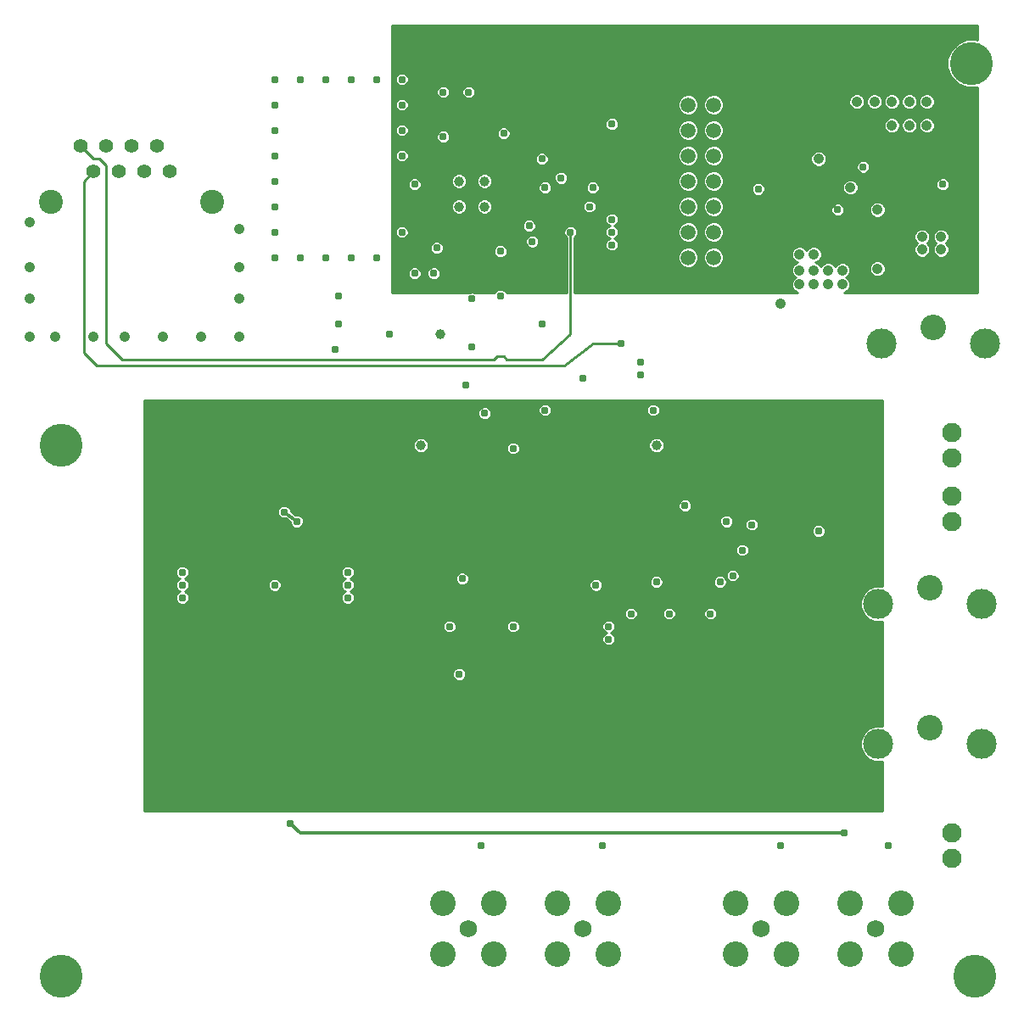
<source format=gbr>
G75*
G70*
%OFA0B0*%
%FSLAX24Y24*%
%IPPOS*%
%LPD*%
%AMOC8*
5,1,8,0,0,1.08239X$1,22.5*
%
%ADD10C,0.0590*%
%ADD11C,0.1005*%
%ADD12C,0.0690*%
%ADD13C,0.0945*%
%ADD14C,0.0554*%
%ADD15C,0.1685*%
%ADD16C,0.1004*%
%ADD17C,0.1181*%
%ADD18C,0.0768*%
%ADD19C,0.0310*%
%ADD20C,0.0396*%
%ADD21C,0.0410*%
%ADD22C,0.0100*%
%ADD23C,0.0120*%
D10*
X026724Y030107D03*
X027724Y030107D03*
X027724Y031107D03*
X026724Y031107D03*
X026724Y032107D03*
X027724Y032107D03*
X027724Y033107D03*
X026724Y033107D03*
X026724Y034107D03*
X026724Y035107D03*
X027724Y035107D03*
X027724Y034107D03*
X027724Y036107D03*
X026724Y036107D03*
D11*
X028599Y004732D03*
X028599Y002732D03*
X030599Y002732D03*
X030599Y004732D03*
X033099Y004732D03*
X033099Y002732D03*
X035099Y002732D03*
X035099Y004732D03*
X023599Y004732D03*
X021599Y004732D03*
X021599Y002732D03*
X023599Y002732D03*
X019099Y002732D03*
X017099Y002732D03*
X017099Y004732D03*
X019099Y004732D03*
D12*
X018099Y003732D03*
X022599Y003732D03*
X029599Y003732D03*
X034099Y003732D03*
D13*
X008009Y032297D03*
X001690Y032297D03*
D14*
X003349Y033482D03*
X004349Y033482D03*
X005349Y033482D03*
X006349Y033482D03*
X005849Y034482D03*
X004849Y034482D03*
X003849Y034482D03*
X002849Y034482D03*
D15*
X002099Y001857D03*
X002099Y022732D03*
X037849Y037732D03*
X037974Y001857D03*
D16*
X036224Y011612D03*
X036224Y017112D03*
X036349Y027362D03*
D17*
X034322Y026732D03*
X038377Y026732D03*
X038252Y016482D03*
X034197Y016482D03*
X034197Y010982D03*
X038252Y010982D03*
D18*
X037099Y007482D03*
X037099Y006482D03*
X037099Y019732D03*
X037099Y020732D03*
X037099Y022232D03*
X037099Y023232D03*
D19*
X031849Y019357D03*
X029224Y019607D03*
X028224Y019732D03*
X028849Y018607D03*
X028474Y017607D03*
X027974Y017357D03*
X027599Y016107D03*
X025974Y016107D03*
X025474Y017357D03*
X024474Y016107D03*
X023599Y015607D03*
X023599Y015107D03*
X023099Y017232D03*
X020849Y015607D03*
X019849Y015607D03*
X017849Y017482D03*
X017349Y015607D03*
X017724Y013732D03*
X013349Y016732D03*
X013349Y017232D03*
X013349Y017732D03*
X011349Y019732D03*
X010849Y020107D03*
X010474Y017232D03*
X009474Y017232D03*
X006849Y017232D03*
X006849Y017732D03*
X006849Y016732D03*
X011099Y007857D03*
X018599Y006982D03*
X023349Y006982D03*
X030349Y006982D03*
X032849Y007482D03*
X034599Y006982D03*
X030099Y016107D03*
X026599Y020357D03*
X025349Y024107D03*
X024849Y025482D03*
X024849Y025982D03*
X024099Y026732D03*
X022599Y025357D03*
X021099Y024107D03*
X019849Y024232D03*
X018724Y023982D03*
X017974Y025107D03*
X018224Y026607D03*
X018224Y028482D03*
X019349Y028607D03*
X018224Y030107D03*
X019349Y030357D03*
X020599Y030732D03*
X020474Y031357D03*
X021349Y032232D03*
X021099Y032857D03*
X021724Y033232D03*
X020974Y033982D03*
X019474Y034982D03*
X018099Y034857D03*
X017099Y034857D03*
X015474Y035107D03*
X015474Y034107D03*
X015974Y032982D03*
X015974Y032357D03*
X015474Y031107D03*
X014474Y030107D03*
X013474Y030107D03*
X012474Y030107D03*
X011474Y030107D03*
X010474Y030107D03*
X010474Y031107D03*
X010474Y032107D03*
X010474Y033107D03*
X010474Y034107D03*
X010474Y035107D03*
X010474Y036107D03*
X010474Y037107D03*
X011474Y037107D03*
X012474Y037107D03*
X013474Y037107D03*
X014474Y037107D03*
X015474Y037107D03*
X015474Y036107D03*
X017099Y036607D03*
X018099Y036607D03*
X022974Y032857D03*
X022849Y032107D03*
X023724Y031607D03*
X023724Y031107D03*
X023724Y030607D03*
X022099Y031107D03*
X020974Y027482D03*
X016849Y030482D03*
X016724Y029482D03*
X015974Y029482D03*
X014974Y027107D03*
X012974Y027482D03*
X012849Y026482D03*
X012974Y028607D03*
X019849Y022607D03*
X029474Y032794D03*
X032599Y031982D03*
X033599Y033669D03*
X036724Y032982D03*
X023724Y035357D03*
D20*
X018724Y033107D03*
X017724Y033107D03*
X017724Y032107D03*
X018724Y032107D03*
X016974Y027082D03*
X016224Y022732D03*
X025474Y022732D03*
D21*
X030349Y028294D03*
X031099Y029044D03*
X031099Y029607D03*
X031662Y029607D03*
X032224Y029607D03*
X032224Y029044D03*
X031662Y029044D03*
X032787Y029044D03*
X032787Y029607D03*
X031662Y030232D03*
X031099Y030232D03*
X033099Y032857D03*
X034162Y031982D03*
X035912Y030919D03*
X035912Y030419D03*
X036662Y030419D03*
X036662Y030919D03*
X034162Y029669D03*
X031849Y033982D03*
X030349Y034782D03*
X030349Y035482D03*
X029442Y035482D03*
X029442Y034782D03*
X033349Y036232D03*
X034037Y036232D03*
X034724Y036232D03*
X035412Y036232D03*
X036099Y036232D03*
X036099Y035294D03*
X035412Y035294D03*
X034724Y035294D03*
X009099Y031232D03*
X009099Y029732D03*
X009099Y028482D03*
X009099Y026982D03*
X007599Y026982D03*
X006099Y026982D03*
X004599Y026982D03*
X003349Y026982D03*
X001849Y026982D03*
X000849Y026982D03*
X000849Y028482D03*
X000849Y029732D03*
X000849Y031482D03*
D22*
X002974Y033107D02*
X003349Y033482D01*
X002974Y033107D02*
X002974Y026357D01*
X003474Y025857D01*
X021849Y025857D01*
X022974Y026732D01*
X024099Y026732D01*
X022099Y027107D02*
X022099Y031107D01*
X021891Y031273D02*
X020726Y031273D01*
X020739Y031304D02*
X020699Y031207D01*
X020624Y031132D01*
X020527Y031092D01*
X020422Y031092D01*
X020324Y031132D01*
X020250Y031207D01*
X020209Y031304D01*
X020209Y031410D01*
X020250Y031507D01*
X020324Y031581D01*
X020422Y031622D01*
X020527Y031622D01*
X020624Y031581D01*
X020699Y031507D01*
X020739Y031410D01*
X020739Y031304D01*
X020739Y031371D02*
X022046Y031371D01*
X022047Y031372D02*
X022152Y031372D01*
X022249Y031331D01*
X022324Y031257D01*
X022364Y031160D01*
X022364Y031054D01*
X022324Y030957D01*
X022259Y030892D01*
X022259Y028732D01*
X031031Y028732D01*
X030921Y028777D01*
X030832Y028866D01*
X030784Y028982D01*
X030784Y029107D01*
X030832Y029223D01*
X030921Y029311D01*
X030955Y029326D01*
X030921Y029340D01*
X030832Y029428D01*
X030784Y029544D01*
X030784Y029669D01*
X030832Y029785D01*
X030921Y029874D01*
X031031Y029919D01*
X030921Y029965D01*
X030832Y030053D01*
X030784Y030169D01*
X030784Y030294D01*
X030832Y030410D01*
X030921Y030499D01*
X031037Y030547D01*
X031162Y030547D01*
X031278Y030499D01*
X031366Y030410D01*
X031381Y030376D01*
X031395Y030410D01*
X031483Y030499D01*
X031599Y030547D01*
X031725Y030547D01*
X031840Y030499D01*
X031929Y030410D01*
X031977Y030294D01*
X031977Y030169D01*
X031929Y030053D01*
X031840Y029965D01*
X031730Y029919D01*
X031840Y029874D01*
X031929Y029785D01*
X031943Y029751D01*
X031957Y029785D01*
X032046Y029874D01*
X032162Y029922D01*
X032287Y029922D01*
X032403Y029874D01*
X032491Y029785D01*
X032506Y029751D01*
X032520Y029785D01*
X032608Y029874D01*
X032724Y029922D01*
X032850Y029922D01*
X032965Y029874D01*
X033054Y029785D01*
X033102Y029669D01*
X033102Y029544D01*
X033054Y029428D01*
X032965Y029340D01*
X032931Y029326D01*
X032965Y029311D01*
X033054Y029223D01*
X033102Y029107D01*
X033102Y028982D01*
X033054Y028866D01*
X032965Y028777D01*
X032855Y028732D01*
X038099Y028732D01*
X038099Y036804D01*
X038039Y036779D01*
X037660Y036779D01*
X037310Y036924D01*
X037042Y037192D01*
X036897Y037542D01*
X036897Y037921D01*
X037042Y038271D01*
X037310Y038539D01*
X037660Y038684D01*
X038039Y038684D01*
X038099Y038659D01*
X038099Y039232D01*
X015099Y039232D01*
X015099Y028732D01*
X018136Y028732D01*
X018172Y028747D01*
X018277Y028747D01*
X018313Y028732D01*
X019114Y028732D01*
X019125Y028757D01*
X019199Y028831D01*
X019297Y028872D01*
X019402Y028872D01*
X019499Y028831D01*
X019574Y028757D01*
X019584Y028732D01*
X021939Y028732D01*
X021939Y030892D01*
X021875Y030957D01*
X021834Y031054D01*
X021834Y031160D01*
X021875Y031257D01*
X021949Y031331D01*
X022047Y031372D01*
X022153Y031371D02*
X023600Y031371D01*
X023574Y031382D02*
X023500Y031457D01*
X023459Y031554D01*
X023459Y031660D01*
X023500Y031757D01*
X023574Y031831D01*
X023672Y031872D01*
X023777Y031872D01*
X023874Y031831D01*
X023949Y031757D01*
X023989Y031660D01*
X023989Y031554D01*
X023949Y031457D01*
X023874Y031382D01*
X023813Y031357D01*
X023874Y031331D01*
X023949Y031257D01*
X023989Y031160D01*
X023989Y031054D01*
X023949Y030957D01*
X023874Y030882D01*
X023813Y030857D01*
X023874Y030831D01*
X023949Y030757D01*
X023989Y030660D01*
X023989Y030554D01*
X023949Y030457D01*
X023874Y030382D01*
X023777Y030342D01*
X023672Y030342D01*
X023574Y030382D01*
X023500Y030457D01*
X023459Y030554D01*
X023459Y030660D01*
X023500Y030757D01*
X023574Y030831D01*
X023636Y030857D01*
X023574Y030882D01*
X023500Y030957D01*
X023459Y031054D01*
X023459Y031160D01*
X023500Y031257D01*
X023574Y031331D01*
X023636Y031357D01*
X023574Y031382D01*
X023494Y031470D02*
X020714Y031470D01*
X020637Y031569D02*
X023459Y031569D01*
X023463Y031667D02*
X015099Y031667D01*
X015099Y031569D02*
X020311Y031569D01*
X020234Y031470D02*
X015099Y031470D01*
X015099Y031371D02*
X015421Y031371D01*
X015422Y031372D02*
X015527Y031372D01*
X015624Y031331D01*
X015699Y031257D01*
X015739Y031160D01*
X015739Y031054D01*
X015699Y030957D01*
X015624Y030882D01*
X015527Y030842D01*
X015422Y030842D01*
X015324Y030882D01*
X015250Y030957D01*
X015209Y031054D01*
X015209Y031160D01*
X015250Y031257D01*
X015324Y031331D01*
X015422Y031372D01*
X015528Y031371D02*
X020209Y031371D01*
X020222Y031273D02*
X015683Y031273D01*
X015733Y031174D02*
X020282Y031174D01*
X020449Y030956D02*
X020547Y030997D01*
X020652Y030997D01*
X020749Y030956D01*
X020824Y030882D01*
X020864Y030785D01*
X020864Y030679D01*
X020824Y030582D01*
X020749Y030507D01*
X020652Y030467D01*
X020547Y030467D01*
X020449Y030507D01*
X020375Y030582D01*
X020334Y030679D01*
X020334Y030785D01*
X020375Y030882D01*
X020449Y030956D01*
X020500Y030977D02*
X015708Y030977D01*
X015739Y031076D02*
X021834Y031076D01*
X021841Y031174D02*
X020667Y031174D01*
X020699Y030977D02*
X021866Y030977D01*
X021939Y030879D02*
X020825Y030879D01*
X020864Y030780D02*
X021939Y030780D01*
X021939Y030682D02*
X020864Y030682D01*
X020825Y030583D02*
X021939Y030583D01*
X021939Y030485D02*
X020695Y030485D01*
X020504Y030485D02*
X019583Y030485D01*
X019574Y030507D02*
X019614Y030410D01*
X019614Y030304D01*
X019574Y030207D01*
X019499Y030132D01*
X019402Y030092D01*
X019297Y030092D01*
X019199Y030132D01*
X019125Y030207D01*
X019084Y030304D01*
X019084Y030410D01*
X019125Y030507D01*
X019199Y030581D01*
X019297Y030622D01*
X019402Y030622D01*
X019499Y030581D01*
X019574Y030507D01*
X019495Y030583D02*
X020374Y030583D01*
X020334Y030682D02*
X017024Y030682D01*
X016999Y030706D02*
X017074Y030632D01*
X017114Y030535D01*
X017114Y030429D01*
X017074Y030332D01*
X016999Y030257D01*
X016902Y030217D01*
X016797Y030217D01*
X016699Y030257D01*
X016625Y030332D01*
X016584Y030429D01*
X016584Y030535D01*
X016625Y030632D01*
X016699Y030706D01*
X016797Y030747D01*
X016902Y030747D01*
X016999Y030706D01*
X017094Y030583D02*
X019203Y030583D01*
X019116Y030485D02*
X017114Y030485D01*
X017097Y030386D02*
X019084Y030386D01*
X019091Y030288D02*
X017030Y030288D01*
X016669Y030288D02*
X015099Y030288D01*
X015099Y030386D02*
X016602Y030386D01*
X016584Y030485D02*
X015099Y030485D01*
X015099Y030583D02*
X016605Y030583D01*
X016675Y030682D02*
X015099Y030682D01*
X015099Y030780D02*
X020334Y030780D01*
X020373Y030879D02*
X015616Y030879D01*
X015332Y030879D02*
X015099Y030879D01*
X015099Y030977D02*
X015241Y030977D01*
X015209Y031076D02*
X015099Y031076D01*
X015099Y031174D02*
X015216Y031174D01*
X015266Y031273D02*
X015099Y031273D01*
X015099Y031766D02*
X023509Y031766D01*
X023653Y031864D02*
X022956Y031864D01*
X022999Y031882D02*
X022902Y031842D01*
X022797Y031842D01*
X022699Y031882D01*
X022625Y031957D01*
X022584Y032054D01*
X022584Y032160D01*
X022585Y032160D02*
X019032Y032160D01*
X019032Y032168D02*
X019032Y032046D01*
X018986Y031932D01*
X018899Y031846D01*
X018786Y031799D01*
X018663Y031799D01*
X018550Y031846D01*
X018463Y031932D01*
X018416Y032046D01*
X018416Y032168D01*
X018463Y032281D01*
X018550Y032368D01*
X018663Y032415D01*
X018786Y032415D01*
X018899Y032368D01*
X018986Y032281D01*
X019032Y032168D01*
X018995Y032258D02*
X022626Y032258D01*
X022625Y032257D02*
X022699Y032331D01*
X022797Y032372D01*
X022902Y032372D01*
X022999Y032331D01*
X023074Y032257D01*
X023114Y032160D01*
X026319Y032160D01*
X026319Y032187D02*
X026381Y032336D01*
X026495Y032450D01*
X026644Y032512D01*
X026805Y032512D01*
X026954Y032450D01*
X027068Y032336D01*
X027129Y032187D01*
X027129Y032026D01*
X027068Y031877D01*
X026954Y031763D01*
X026805Y031702D01*
X026644Y031702D01*
X026495Y031763D01*
X026381Y031877D01*
X026319Y032026D01*
X026319Y032187D01*
X026349Y032258D02*
X023073Y032258D01*
X023114Y032160D02*
X023114Y032054D01*
X023074Y031957D01*
X022999Y031882D01*
X023077Y031963D02*
X026346Y031963D01*
X026319Y032061D02*
X023114Y032061D01*
X022938Y032357D02*
X026402Y032357D01*
X026508Y032455D02*
X015099Y032455D01*
X015099Y032357D02*
X017539Y032357D01*
X017550Y032368D02*
X017663Y032415D01*
X017786Y032415D01*
X017899Y032368D01*
X017986Y032281D01*
X018032Y032168D01*
X018032Y032046D01*
X017986Y031932D01*
X017899Y031846D01*
X017786Y031799D01*
X017663Y031799D01*
X017550Y031846D01*
X017463Y031932D01*
X017416Y032046D01*
X017416Y032168D01*
X017463Y032281D01*
X017550Y032368D01*
X017454Y032258D02*
X015099Y032258D01*
X015099Y032160D02*
X017416Y032160D01*
X017416Y032061D02*
X015099Y032061D01*
X015099Y031963D02*
X017451Y031963D01*
X017531Y031864D02*
X015099Y031864D01*
X015099Y032554D02*
X029362Y032554D01*
X029324Y032570D02*
X029250Y032644D01*
X029209Y032742D01*
X029209Y032847D01*
X029250Y032944D01*
X029324Y033019D01*
X029422Y033059D01*
X029527Y033059D01*
X029624Y033019D01*
X029699Y032944D01*
X029739Y032847D01*
X029739Y032742D01*
X029699Y032644D01*
X029624Y032570D01*
X029527Y032529D01*
X029422Y032529D01*
X029324Y032570D01*
X029246Y032653D02*
X023145Y032653D01*
X023124Y032632D02*
X023027Y032592D01*
X022922Y032592D01*
X022824Y032632D01*
X022750Y032707D01*
X022709Y032804D01*
X022709Y032910D01*
X022750Y033007D01*
X022824Y033081D01*
X022922Y033122D01*
X023027Y033122D01*
X023124Y033081D01*
X023199Y033007D01*
X023239Y032910D01*
X023239Y032804D01*
X023199Y032707D01*
X023124Y032632D01*
X023217Y032751D02*
X026525Y032751D01*
X026495Y032763D02*
X026381Y032877D01*
X026319Y033026D01*
X026319Y033187D01*
X026381Y033336D01*
X026495Y033450D01*
X026644Y033512D01*
X026805Y033512D01*
X026954Y033450D01*
X027068Y033336D01*
X027129Y033187D01*
X027129Y033026D01*
X027068Y032877D01*
X026954Y032763D01*
X026805Y032702D01*
X026644Y032702D01*
X026495Y032763D01*
X026409Y032850D02*
X023239Y032850D01*
X023223Y032948D02*
X026352Y032948D01*
X026319Y033047D02*
X023159Y033047D01*
X022790Y033047D02*
X021914Y033047D01*
X021949Y033082D02*
X021874Y033007D01*
X021777Y032967D01*
X021672Y032967D01*
X021574Y033007D01*
X021500Y033082D01*
X021459Y033179D01*
X021459Y033285D01*
X021500Y033382D01*
X021574Y033456D01*
X021672Y033497D01*
X021777Y033497D01*
X021874Y033456D01*
X021949Y033382D01*
X021989Y033285D01*
X021989Y033179D01*
X021949Y033082D01*
X021975Y033145D02*
X026319Y033145D01*
X026343Y033244D02*
X021989Y033244D01*
X021965Y033342D02*
X026387Y033342D01*
X026486Y033441D02*
X021890Y033441D01*
X021559Y033441D02*
X015099Y033441D01*
X015099Y033539D02*
X033366Y033539D01*
X033375Y033519D02*
X033334Y033617D01*
X033334Y033722D01*
X033375Y033819D01*
X033449Y033894D01*
X033547Y033934D01*
X033652Y033934D01*
X033749Y033894D01*
X033824Y033819D01*
X033864Y033722D01*
X033864Y033617D01*
X033824Y033519D01*
X033749Y033445D01*
X033652Y033404D01*
X033547Y033404D01*
X033449Y033445D01*
X033375Y033519D01*
X033458Y033441D02*
X027963Y033441D01*
X027954Y033450D02*
X028068Y033336D01*
X028129Y033187D01*
X028129Y033026D01*
X028068Y032877D01*
X027954Y032763D01*
X027805Y032702D01*
X027644Y032702D01*
X027495Y032763D01*
X027381Y032877D01*
X027319Y033026D01*
X027319Y033187D01*
X027381Y033336D01*
X027495Y033450D01*
X027644Y033512D01*
X027805Y033512D01*
X027954Y033450D01*
X028062Y033342D02*
X038099Y033342D01*
X038099Y033244D02*
X036784Y033244D01*
X036777Y033247D02*
X036874Y033206D01*
X036949Y033132D01*
X036989Y033035D01*
X036989Y032929D01*
X036949Y032832D01*
X036874Y032757D01*
X036777Y032717D01*
X036672Y032717D01*
X036574Y032757D01*
X036500Y032832D01*
X036459Y032929D01*
X036459Y033035D01*
X036500Y033132D01*
X036574Y033206D01*
X036672Y033247D01*
X036777Y033247D01*
X036665Y033244D02*
X028106Y033244D01*
X028129Y033145D02*
X032973Y033145D01*
X032921Y033124D02*
X033037Y033172D01*
X033162Y033172D01*
X033278Y033124D01*
X033366Y033035D01*
X033414Y032919D01*
X033414Y032794D01*
X033366Y032678D01*
X033278Y032590D01*
X033162Y032542D01*
X033037Y032542D01*
X032921Y032590D01*
X032832Y032678D01*
X032784Y032794D01*
X032784Y032919D01*
X032832Y033035D01*
X032921Y033124D01*
X032844Y033047D02*
X029557Y033047D01*
X029391Y033047D02*
X028129Y033047D01*
X028097Y032948D02*
X029254Y032948D01*
X029210Y032850D02*
X028040Y032850D01*
X027924Y032751D02*
X029209Y032751D01*
X029587Y032554D02*
X033007Y032554D01*
X032858Y032653D02*
X029702Y032653D01*
X029739Y032751D02*
X032802Y032751D01*
X032784Y032850D02*
X029738Y032850D01*
X029695Y032948D02*
X032796Y032948D01*
X033226Y033145D02*
X036513Y033145D01*
X036464Y033047D02*
X033355Y033047D01*
X033402Y032948D02*
X036459Y032948D01*
X036492Y032850D02*
X033414Y032850D01*
X033397Y032751D02*
X036589Y032751D01*
X036860Y032751D02*
X038099Y032751D01*
X038099Y032653D02*
X033341Y032653D01*
X033192Y032554D02*
X038099Y032554D01*
X038099Y032455D02*
X027941Y032455D01*
X027954Y032450D02*
X028068Y032336D01*
X028129Y032187D01*
X028129Y032026D01*
X028068Y031877D01*
X027954Y031763D01*
X027805Y031702D01*
X027644Y031702D01*
X027495Y031763D01*
X027381Y031877D01*
X027319Y032026D01*
X027319Y032187D01*
X027381Y032336D01*
X027495Y032450D01*
X027644Y032512D01*
X027805Y032512D01*
X027954Y032450D01*
X028047Y032357D02*
X038099Y032357D01*
X038099Y032258D02*
X034317Y032258D01*
X034340Y032249D02*
X034429Y032160D01*
X038099Y032160D01*
X038099Y032061D02*
X034470Y032061D01*
X034477Y032044D02*
X034477Y031919D01*
X034429Y031803D01*
X034340Y031715D01*
X034225Y031667D01*
X038099Y031667D01*
X038099Y031569D02*
X023989Y031569D01*
X023986Y031667D02*
X034098Y031667D01*
X034099Y031667D02*
X033983Y031715D01*
X033895Y031803D01*
X033847Y031919D01*
X033847Y032044D01*
X033895Y032160D01*
X033983Y032249D01*
X034099Y032297D01*
X034225Y032297D01*
X034340Y032249D01*
X034429Y032160D02*
X034477Y032044D01*
X034477Y031963D02*
X038099Y031963D01*
X038099Y031864D02*
X034454Y031864D01*
X034391Y031766D02*
X038099Y031766D01*
X038099Y031470D02*
X027906Y031470D01*
X027954Y031450D02*
X028068Y031336D01*
X028129Y031187D01*
X028129Y031026D01*
X028068Y030877D01*
X027954Y030763D01*
X027805Y030702D01*
X027644Y030702D01*
X027495Y030763D01*
X027381Y030877D01*
X027319Y031026D01*
X027319Y031187D01*
X027381Y031336D01*
X027495Y031450D01*
X027644Y031512D01*
X027805Y031512D01*
X027954Y031450D01*
X028032Y031371D02*
X038099Y031371D01*
X038099Y031273D02*
X028094Y031273D01*
X028129Y031174D02*
X035722Y031174D01*
X035733Y031186D02*
X035849Y031234D01*
X035975Y031234D01*
X036090Y031186D01*
X036179Y031098D01*
X036227Y030982D01*
X036227Y030857D01*
X036179Y030741D01*
X036107Y030669D01*
X036179Y030598D01*
X036227Y030482D01*
X036227Y030357D01*
X036179Y030241D01*
X036090Y030152D01*
X035975Y030104D01*
X035849Y030104D01*
X035733Y030152D01*
X035645Y030241D01*
X035597Y030357D01*
X035597Y030482D01*
X035645Y030598D01*
X035716Y030669D01*
X035645Y030741D01*
X035597Y030857D01*
X035597Y030982D01*
X035645Y031098D01*
X035733Y031186D01*
X035636Y031076D02*
X028129Y031076D01*
X028109Y030977D02*
X035597Y030977D01*
X035597Y030879D02*
X028068Y030879D01*
X027971Y030780D02*
X035629Y030780D01*
X035704Y030682D02*
X023980Y030682D01*
X023989Y030583D02*
X035639Y030583D01*
X035598Y030485D02*
X031855Y030485D01*
X031939Y030386D02*
X035597Y030386D01*
X035626Y030288D02*
X031977Y030288D01*
X031977Y030189D02*
X035697Y030189D01*
X036127Y030189D02*
X036447Y030189D01*
X036483Y030152D02*
X036395Y030241D01*
X036347Y030357D01*
X036347Y030482D01*
X036395Y030598D01*
X036466Y030669D01*
X036395Y030741D01*
X036347Y030857D01*
X036347Y030982D01*
X036395Y031098D01*
X036483Y031186D01*
X036599Y031234D01*
X036725Y031234D01*
X036840Y031186D01*
X036929Y031098D01*
X036977Y030982D01*
X036977Y030857D01*
X036929Y030741D01*
X036857Y030669D01*
X036929Y030598D01*
X036977Y030482D01*
X036977Y030357D01*
X036929Y030241D01*
X036840Y030152D01*
X036725Y030104D01*
X036599Y030104D01*
X036483Y030152D01*
X036376Y030288D02*
X036198Y030288D01*
X036227Y030386D02*
X036347Y030386D01*
X036348Y030485D02*
X036226Y030485D01*
X036185Y030583D02*
X036389Y030583D01*
X036454Y030682D02*
X036120Y030682D01*
X036195Y030780D02*
X036379Y030780D01*
X036347Y030879D02*
X036227Y030879D01*
X036227Y030977D02*
X036347Y030977D01*
X036386Y031076D02*
X036188Y031076D01*
X036102Y031174D02*
X036472Y031174D01*
X036852Y031174D02*
X038099Y031174D01*
X038099Y031076D02*
X036938Y031076D01*
X036977Y030977D02*
X038099Y030977D01*
X038099Y030879D02*
X036977Y030879D01*
X036945Y030780D02*
X038099Y030780D01*
X038099Y030682D02*
X036870Y030682D01*
X036935Y030583D02*
X038099Y030583D01*
X038099Y030485D02*
X036976Y030485D01*
X036977Y030386D02*
X038099Y030386D01*
X038099Y030288D02*
X036948Y030288D01*
X036877Y030189D02*
X038099Y030189D01*
X038099Y030090D02*
X031944Y030090D01*
X031867Y029992D02*
X038099Y029992D01*
X038099Y029893D02*
X034383Y029893D01*
X034340Y029936D02*
X034429Y029848D01*
X034477Y029732D01*
X034477Y029607D01*
X034429Y029491D01*
X034340Y029402D01*
X034225Y029354D01*
X034099Y029354D01*
X033983Y029402D01*
X033895Y029491D01*
X033847Y029607D01*
X033847Y029732D01*
X033895Y029848D01*
X033983Y029936D01*
X034099Y029984D01*
X034225Y029984D01*
X034340Y029936D01*
X034451Y029795D02*
X038099Y029795D01*
X038099Y029696D02*
X034477Y029696D01*
X034473Y029598D02*
X038099Y029598D01*
X038099Y029499D02*
X034432Y029499D01*
X034336Y029401D02*
X038099Y029401D01*
X038099Y029302D02*
X032975Y029302D01*
X033026Y029401D02*
X033987Y029401D01*
X033891Y029499D02*
X033083Y029499D01*
X033102Y029598D02*
X033851Y029598D01*
X033847Y029696D02*
X033091Y029696D01*
X033044Y029795D02*
X033873Y029795D01*
X033940Y029893D02*
X032918Y029893D01*
X032656Y029893D02*
X032356Y029893D01*
X032482Y029795D02*
X032529Y029795D01*
X032093Y029893D02*
X031793Y029893D01*
X031919Y029795D02*
X031967Y029795D01*
X031469Y030485D02*
X031292Y030485D01*
X031376Y030386D02*
X031385Y030386D01*
X030907Y030485D02*
X027871Y030485D01*
X027805Y030512D02*
X027954Y030450D01*
X028068Y030336D01*
X028129Y030187D01*
X028129Y030026D01*
X028068Y029877D01*
X027954Y029763D01*
X027805Y029702D01*
X027644Y029702D01*
X027495Y029763D01*
X027381Y029877D01*
X027319Y030026D01*
X027319Y030187D01*
X027381Y030336D01*
X027495Y030450D01*
X027644Y030512D01*
X027805Y030512D01*
X027578Y030485D02*
X026871Y030485D01*
X026805Y030512D02*
X026954Y030450D01*
X027068Y030336D01*
X027129Y030187D01*
X027129Y030026D01*
X027068Y029877D01*
X026954Y029763D01*
X026805Y029702D01*
X026644Y029702D01*
X026495Y029763D01*
X026381Y029877D01*
X026319Y030026D01*
X026319Y030187D01*
X026381Y030336D01*
X026495Y030450D01*
X026644Y030512D01*
X026805Y030512D01*
X026805Y030702D02*
X026644Y030702D01*
X026495Y030763D01*
X026381Y030877D01*
X026319Y031026D01*
X026319Y031187D01*
X026381Y031336D01*
X026495Y031450D01*
X026644Y031512D01*
X026805Y031512D01*
X026954Y031450D01*
X027068Y031336D01*
X027129Y031187D01*
X027129Y031026D01*
X027068Y030877D01*
X026954Y030763D01*
X026805Y030702D01*
X026971Y030780D02*
X027478Y030780D01*
X027381Y030879D02*
X027068Y030879D01*
X027109Y030977D02*
X027340Y030977D01*
X027319Y031076D02*
X027129Y031076D01*
X027129Y031174D02*
X027319Y031174D01*
X027355Y031273D02*
X027094Y031273D01*
X027032Y031371D02*
X027416Y031371D01*
X027543Y031470D02*
X026906Y031470D01*
X026956Y031766D02*
X027493Y031766D01*
X027394Y031864D02*
X027055Y031864D01*
X027103Y031963D02*
X027346Y031963D01*
X027319Y032061D02*
X027129Y032061D01*
X027129Y032160D02*
X027319Y032160D01*
X027349Y032258D02*
X027100Y032258D01*
X027047Y032357D02*
X027402Y032357D01*
X027508Y032455D02*
X026941Y032455D01*
X026924Y032751D02*
X027525Y032751D01*
X027409Y032850D02*
X027040Y032850D01*
X027097Y032948D02*
X027352Y032948D01*
X027319Y033047D02*
X027129Y033047D01*
X027129Y033145D02*
X027319Y033145D01*
X027343Y033244D02*
X027106Y033244D01*
X027062Y033342D02*
X027387Y033342D01*
X027486Y033441D02*
X026963Y033441D01*
X026889Y033737D02*
X027560Y033737D01*
X027495Y033763D02*
X027381Y033877D01*
X027319Y034026D01*
X027319Y034187D01*
X027381Y034336D01*
X027495Y034450D01*
X027644Y034512D01*
X027805Y034512D01*
X027954Y034450D01*
X028068Y034336D01*
X028129Y034187D01*
X028129Y034026D01*
X028068Y033877D01*
X027954Y033763D01*
X027805Y033702D01*
X027644Y033702D01*
X027495Y033763D01*
X027423Y033835D02*
X027025Y033835D01*
X027068Y033877D02*
X026954Y033763D01*
X026805Y033702D01*
X026644Y033702D01*
X026495Y033763D01*
X026381Y033877D01*
X026319Y034026D01*
X026319Y034187D01*
X026381Y034336D01*
X026495Y034450D01*
X026644Y034512D01*
X026805Y034512D01*
X026954Y034450D01*
X027068Y034336D01*
X027129Y034187D01*
X027129Y034026D01*
X027068Y033877D01*
X027091Y033934D02*
X027358Y033934D01*
X027319Y034032D02*
X027129Y034032D01*
X027129Y034131D02*
X027319Y034131D01*
X027337Y034229D02*
X027112Y034229D01*
X027071Y034328D02*
X027378Y034328D01*
X027471Y034426D02*
X026978Y034426D01*
X026854Y034722D02*
X027595Y034722D01*
X027644Y034702D02*
X027495Y034763D01*
X027381Y034877D01*
X027319Y035026D01*
X027319Y035187D01*
X027381Y035336D01*
X027495Y035450D01*
X027644Y035512D01*
X027805Y035512D01*
X027954Y035450D01*
X028068Y035336D01*
X028129Y035187D01*
X028129Y035026D01*
X028068Y034877D01*
X027954Y034763D01*
X027805Y034702D01*
X027644Y034702D01*
X027854Y034722D02*
X038099Y034722D01*
X038099Y034821D02*
X028011Y034821D01*
X028085Y034919D02*
X038099Y034919D01*
X038099Y035018D02*
X036255Y035018D01*
X036278Y035027D02*
X036162Y034979D01*
X036037Y034979D01*
X035921Y035027D01*
X035832Y035116D01*
X035679Y035116D01*
X035590Y035027D01*
X035475Y034979D01*
X035349Y034979D01*
X035233Y035027D01*
X035145Y035116D01*
X035097Y035232D01*
X035097Y035357D01*
X035145Y035473D01*
X035233Y035561D01*
X035349Y035609D01*
X035475Y035609D01*
X035590Y035561D01*
X035679Y035473D01*
X035727Y035357D01*
X035727Y035232D01*
X035679Y035116D01*
X035720Y035215D02*
X035791Y035215D01*
X035784Y035232D02*
X035832Y035116D01*
X035784Y035232D02*
X035784Y035357D01*
X035832Y035473D01*
X035921Y035561D01*
X036037Y035609D01*
X036162Y035609D01*
X036278Y035561D01*
X036366Y035473D01*
X036414Y035357D01*
X036414Y035232D01*
X036366Y035116D01*
X036278Y035027D01*
X036367Y035116D02*
X038099Y035116D01*
X038099Y035215D02*
X036407Y035215D01*
X036414Y035313D02*
X038099Y035313D01*
X038099Y035412D02*
X036392Y035412D01*
X036329Y035510D02*
X038099Y035510D01*
X038099Y035609D02*
X036163Y035609D01*
X036036Y035609D02*
X035476Y035609D01*
X035348Y035609D02*
X034788Y035609D01*
X034787Y035609D02*
X034903Y035561D01*
X034991Y035473D01*
X035039Y035357D01*
X035039Y035232D01*
X034991Y035116D01*
X034903Y035027D01*
X034787Y034979D01*
X034662Y034979D01*
X034546Y035027D01*
X034457Y035116D01*
X028129Y035116D01*
X028126Y035018D02*
X034569Y035018D01*
X034457Y035116D02*
X034409Y035232D01*
X034409Y035357D01*
X034457Y035473D01*
X034546Y035561D01*
X034662Y035609D01*
X034787Y035609D01*
X034661Y035609D02*
X023808Y035609D01*
X023777Y035622D02*
X023874Y035581D01*
X023949Y035507D01*
X023989Y035410D01*
X023989Y035304D01*
X023949Y035207D01*
X023874Y035132D01*
X023777Y035092D01*
X023672Y035092D01*
X023574Y035132D01*
X023500Y035207D01*
X023459Y035304D01*
X023459Y035410D01*
X023500Y035507D01*
X023574Y035581D01*
X023672Y035622D01*
X023777Y035622D01*
X023640Y035609D02*
X015099Y035609D01*
X015099Y035707D02*
X026630Y035707D01*
X026644Y035702D02*
X026495Y035763D01*
X026381Y035877D01*
X026319Y036026D01*
X026319Y036187D01*
X026381Y036336D01*
X026495Y036450D01*
X026644Y036512D01*
X026805Y036512D01*
X026954Y036450D01*
X027068Y036336D01*
X027129Y036187D01*
X027129Y036026D01*
X027068Y035877D01*
X026954Y035763D01*
X026805Y035702D01*
X026644Y035702D01*
X026818Y035707D02*
X027630Y035707D01*
X027644Y035702D02*
X027495Y035763D01*
X027381Y035877D01*
X027319Y036026D01*
X027319Y036187D01*
X027381Y036336D01*
X027495Y036450D01*
X027644Y036512D01*
X027805Y036512D01*
X027954Y036450D01*
X028068Y036336D01*
X028129Y036187D01*
X028129Y036026D01*
X028068Y035877D01*
X027954Y035763D01*
X027805Y035702D01*
X027644Y035702D01*
X027818Y035707D02*
X038099Y035707D01*
X038099Y035806D02*
X027996Y035806D01*
X028079Y035904D02*
X038099Y035904D01*
X038099Y036003D02*
X036316Y036003D01*
X036278Y035965D02*
X036366Y036053D01*
X036414Y036169D01*
X036414Y036294D01*
X036366Y036410D01*
X036278Y036499D01*
X036162Y036547D01*
X036037Y036547D01*
X035921Y036499D01*
X035832Y036410D01*
X035784Y036294D01*
X035784Y036169D01*
X035832Y036053D01*
X035921Y035965D01*
X036037Y035917D01*
X036162Y035917D01*
X036278Y035965D01*
X036386Y036102D02*
X038099Y036102D01*
X038099Y036200D02*
X036414Y036200D01*
X036413Y036299D02*
X038099Y036299D01*
X038099Y036397D02*
X036372Y036397D01*
X036281Y036496D02*
X038099Y036496D01*
X038099Y036594D02*
X018364Y036594D01*
X018364Y036554D02*
X018324Y036457D01*
X018249Y036382D01*
X018152Y036342D01*
X018047Y036342D01*
X017949Y036382D01*
X017875Y036457D01*
X017834Y036554D01*
X017834Y036660D01*
X017875Y036757D01*
X017949Y036831D01*
X018047Y036872D01*
X018152Y036872D01*
X018249Y036831D01*
X018324Y036757D01*
X018364Y036660D01*
X018364Y036554D01*
X018340Y036496D02*
X026605Y036496D01*
X026442Y036397D02*
X018265Y036397D01*
X018351Y036693D02*
X038099Y036693D01*
X038099Y036791D02*
X038068Y036791D01*
X037631Y036791D02*
X018290Y036791D01*
X017909Y036791D02*
X017290Y036791D01*
X017324Y036757D02*
X017364Y036660D01*
X017364Y036554D01*
X017324Y036457D01*
X017249Y036382D01*
X017152Y036342D01*
X017047Y036342D01*
X016949Y036382D01*
X016875Y036457D01*
X016834Y036554D01*
X016834Y036660D01*
X016875Y036757D01*
X016949Y036831D01*
X017047Y036872D01*
X017152Y036872D01*
X017249Y036831D01*
X017324Y036757D01*
X017351Y036693D02*
X017848Y036693D01*
X017834Y036594D02*
X017364Y036594D01*
X017340Y036496D02*
X017859Y036496D01*
X017934Y036397D02*
X017265Y036397D01*
X016934Y036397D02*
X015099Y036397D01*
X015099Y036299D02*
X015292Y036299D01*
X015324Y036331D02*
X015422Y036372D01*
X015527Y036372D01*
X015624Y036331D01*
X015699Y036257D01*
X015739Y036160D01*
X015739Y036054D01*
X015699Y035957D01*
X015624Y035882D01*
X015527Y035842D01*
X015422Y035842D01*
X015324Y035882D01*
X015250Y035957D01*
X015209Y036054D01*
X015209Y036160D01*
X015250Y036257D01*
X015324Y036331D01*
X015226Y036200D02*
X015099Y036200D01*
X015099Y036102D02*
X015209Y036102D01*
X015231Y036003D02*
X015099Y036003D01*
X015099Y035904D02*
X015302Y035904D01*
X015099Y035806D02*
X026452Y035806D01*
X026370Y035904D02*
X015647Y035904D01*
X015718Y036003D02*
X026329Y036003D01*
X026319Y036102D02*
X015739Y036102D01*
X015723Y036200D02*
X026325Y036200D01*
X026365Y036299D02*
X015657Y036299D01*
X015527Y036842D02*
X015624Y036882D01*
X015699Y036957D01*
X015739Y037054D01*
X015739Y037160D01*
X015699Y037257D01*
X015624Y037331D01*
X015527Y037372D01*
X015422Y037372D01*
X015324Y037331D01*
X015250Y037257D01*
X015209Y037160D01*
X015209Y037054D01*
X015250Y036957D01*
X015324Y036882D01*
X015422Y036842D01*
X015527Y036842D01*
X015632Y036890D02*
X037393Y036890D01*
X037246Y036988D02*
X015712Y036988D01*
X015739Y037087D02*
X037147Y037087D01*
X037049Y037186D02*
X015729Y037186D01*
X015672Y037284D02*
X037004Y037284D01*
X036963Y037383D02*
X015099Y037383D01*
X015099Y037481D02*
X036922Y037481D01*
X036897Y037580D02*
X015099Y037580D01*
X015099Y037678D02*
X036897Y037678D01*
X036897Y037777D02*
X015099Y037777D01*
X015099Y037875D02*
X036897Y037875D01*
X036919Y037974D02*
X015099Y037974D01*
X015099Y038072D02*
X036960Y038072D01*
X037000Y038171D02*
X015099Y038171D01*
X015099Y038270D02*
X037041Y038270D01*
X037139Y038368D02*
X015099Y038368D01*
X015099Y038467D02*
X037237Y038467D01*
X037372Y038565D02*
X015099Y038565D01*
X015099Y038664D02*
X037610Y038664D01*
X038088Y038664D02*
X038099Y038664D01*
X038099Y038762D02*
X015099Y038762D01*
X015099Y038861D02*
X038099Y038861D01*
X038099Y038959D02*
X015099Y038959D01*
X015099Y039058D02*
X038099Y039058D01*
X038099Y039156D02*
X015099Y039156D01*
X015099Y037284D02*
X015277Y037284D01*
X015220Y037186D02*
X015099Y037186D01*
X015099Y037087D02*
X015209Y037087D01*
X015237Y036988D02*
X015099Y036988D01*
X015099Y036890D02*
X015317Y036890D01*
X015099Y036791D02*
X016909Y036791D01*
X016848Y036693D02*
X015099Y036693D01*
X015099Y036594D02*
X016834Y036594D01*
X016859Y036496D02*
X015099Y036496D01*
X015099Y035510D02*
X023503Y035510D01*
X023460Y035412D02*
X015099Y035412D01*
X015099Y035313D02*
X015306Y035313D01*
X015324Y035331D02*
X015422Y035372D01*
X015527Y035372D01*
X015624Y035331D01*
X015699Y035257D01*
X015739Y035160D01*
X015739Y035054D01*
X015699Y034957D01*
X015624Y034882D01*
X015527Y034842D01*
X015422Y034842D01*
X015324Y034882D01*
X015250Y034957D01*
X015209Y035054D01*
X015209Y035160D01*
X015250Y035257D01*
X015324Y035331D01*
X015232Y035215D02*
X015099Y035215D01*
X015099Y035116D02*
X015209Y035116D01*
X015225Y035018D02*
X015099Y035018D01*
X015099Y034919D02*
X015287Y034919D01*
X015099Y034821D02*
X016834Y034821D01*
X016834Y034804D02*
X016875Y034707D01*
X016949Y034632D01*
X017047Y034592D01*
X017152Y034592D01*
X017249Y034632D01*
X017324Y034707D01*
X017364Y034804D01*
X017364Y034910D01*
X017324Y035007D01*
X017249Y035081D01*
X017152Y035122D01*
X017047Y035122D01*
X016949Y035081D01*
X016875Y035007D01*
X016834Y034910D01*
X016834Y034804D01*
X016868Y034722D02*
X015099Y034722D01*
X015099Y034623D02*
X016970Y034623D01*
X017228Y034623D02*
X038099Y034623D01*
X038099Y034525D02*
X015099Y034525D01*
X015099Y034426D02*
X026471Y034426D01*
X026378Y034328D02*
X015628Y034328D01*
X015624Y034331D02*
X015699Y034257D01*
X015739Y034160D01*
X015739Y034054D01*
X015699Y033957D01*
X015624Y033882D01*
X015527Y033842D01*
X015422Y033842D01*
X015324Y033882D01*
X015250Y033957D01*
X015209Y034054D01*
X015209Y034160D01*
X015250Y034257D01*
X015324Y034331D01*
X015422Y034372D01*
X015527Y034372D01*
X015624Y034331D01*
X015710Y034229D02*
X020879Y034229D01*
X020922Y034247D02*
X021027Y034247D01*
X021124Y034206D01*
X021199Y034132D01*
X021239Y034035D01*
X021239Y033929D01*
X021199Y033832D01*
X021124Y033757D01*
X021027Y033717D01*
X020922Y033717D01*
X020824Y033757D01*
X020750Y033832D01*
X020709Y033929D01*
X020709Y034035D01*
X020750Y034132D01*
X020824Y034206D01*
X020922Y034247D01*
X021069Y034229D02*
X026337Y034229D01*
X026319Y034131D02*
X021199Y034131D01*
X021239Y034032D02*
X026319Y034032D01*
X026358Y033934D02*
X021239Y033934D01*
X021200Y033835D02*
X026423Y033835D01*
X026560Y033737D02*
X021075Y033737D01*
X020874Y033737D02*
X015099Y033737D01*
X015099Y033835D02*
X020748Y033835D01*
X020709Y033934D02*
X015676Y033934D01*
X015730Y034032D02*
X020709Y034032D01*
X020749Y034131D02*
X015739Y034131D01*
X015321Y034328D02*
X015099Y034328D01*
X015099Y034229D02*
X015238Y034229D01*
X015209Y034131D02*
X015099Y034131D01*
X015099Y034032D02*
X015219Y034032D01*
X015273Y033934D02*
X015099Y033934D01*
X015099Y033638D02*
X033334Y033638D01*
X033340Y033737D02*
X032050Y033737D01*
X032028Y033715D02*
X031912Y033667D01*
X031787Y033667D01*
X031671Y033715D01*
X031582Y033803D01*
X031534Y033919D01*
X031534Y034044D01*
X031582Y034160D01*
X031671Y034249D01*
X031787Y034297D01*
X031912Y034297D01*
X032028Y034249D01*
X032116Y034160D01*
X032164Y034044D01*
X032164Y033919D01*
X032116Y033803D01*
X032028Y033715D01*
X032130Y033835D02*
X033390Y033835D01*
X033545Y033934D02*
X032164Y033934D01*
X032164Y034032D02*
X038099Y034032D01*
X038099Y033934D02*
X033654Y033934D01*
X033808Y033835D02*
X038099Y033835D01*
X038099Y033737D02*
X033858Y033737D01*
X033864Y033638D02*
X038099Y033638D01*
X038099Y033539D02*
X033832Y033539D01*
X033740Y033441D02*
X038099Y033441D01*
X038099Y033145D02*
X036936Y033145D01*
X036984Y033047D02*
X038099Y033047D01*
X038099Y032948D02*
X036989Y032948D01*
X036956Y032850D02*
X038099Y032850D01*
X038099Y034131D02*
X032129Y034131D01*
X032047Y034229D02*
X038099Y034229D01*
X038099Y034328D02*
X028071Y034328D01*
X028112Y034229D02*
X031651Y034229D01*
X031570Y034131D02*
X028129Y034131D01*
X028129Y034032D02*
X031534Y034032D01*
X031534Y033934D02*
X028091Y033934D01*
X028025Y033835D02*
X031569Y033835D01*
X031649Y033737D02*
X027889Y033737D01*
X027978Y034426D02*
X038099Y034426D01*
X035944Y035018D02*
X035567Y035018D01*
X035257Y035018D02*
X034879Y035018D01*
X034992Y035116D02*
X035145Y035116D01*
X035104Y035215D02*
X035032Y035215D01*
X035039Y035313D02*
X035097Y035313D01*
X035120Y035412D02*
X035017Y035412D01*
X034954Y035510D02*
X035182Y035510D01*
X035349Y035917D02*
X035475Y035917D01*
X035590Y035965D01*
X035679Y036053D01*
X035727Y036169D01*
X035727Y036294D01*
X035679Y036410D01*
X035590Y036499D01*
X035475Y036547D01*
X035349Y036547D01*
X035233Y036499D01*
X035145Y036410D01*
X035097Y036294D01*
X035097Y036169D01*
X035145Y036053D01*
X035233Y035965D01*
X035349Y035917D01*
X035195Y036003D02*
X034941Y036003D01*
X034903Y035965D02*
X034991Y036053D01*
X035039Y036169D01*
X035039Y036294D01*
X034991Y036410D01*
X034903Y036499D01*
X034787Y036547D01*
X034662Y036547D01*
X034546Y036499D01*
X034457Y036410D01*
X034409Y036294D01*
X034409Y036169D01*
X034457Y036053D01*
X034546Y035965D01*
X034662Y035917D01*
X034787Y035917D01*
X034903Y035965D01*
X035011Y036102D02*
X035125Y036102D01*
X035097Y036200D02*
X035039Y036200D01*
X035038Y036299D02*
X035099Y036299D01*
X035139Y036397D02*
X034997Y036397D01*
X034906Y036496D02*
X035230Y036496D01*
X035593Y036496D02*
X035918Y036496D01*
X035827Y036397D02*
X035684Y036397D01*
X035725Y036299D02*
X035786Y036299D01*
X035784Y036200D02*
X035727Y036200D01*
X035699Y036102D02*
X035812Y036102D01*
X035883Y036003D02*
X035629Y036003D01*
X035641Y035510D02*
X035870Y035510D01*
X035807Y035412D02*
X035704Y035412D01*
X035727Y035313D02*
X035784Y035313D01*
X034495Y035510D02*
X027808Y035510D01*
X027640Y035510D02*
X026808Y035510D01*
X026805Y035512D02*
X026954Y035450D01*
X027068Y035336D01*
X027129Y035187D01*
X027129Y035026D01*
X027068Y034877D01*
X026954Y034763D01*
X026805Y034702D01*
X026644Y034702D01*
X026495Y034763D01*
X026381Y034877D01*
X026319Y035026D01*
X026319Y035187D01*
X026381Y035336D01*
X026495Y035450D01*
X026644Y035512D01*
X026805Y035512D01*
X026640Y035510D02*
X023946Y035510D01*
X023988Y035412D02*
X026457Y035412D01*
X026372Y035313D02*
X023989Y035313D01*
X023952Y035215D02*
X026331Y035215D01*
X026319Y035116D02*
X023836Y035116D01*
X023613Y035116D02*
X019706Y035116D01*
X019699Y035132D02*
X019739Y035035D01*
X019739Y034929D01*
X019699Y034832D01*
X019624Y034757D01*
X019527Y034717D01*
X019422Y034717D01*
X019324Y034757D01*
X019250Y034832D01*
X019209Y034929D01*
X019209Y035035D01*
X019250Y035132D01*
X019324Y035206D01*
X019422Y035247D01*
X019527Y035247D01*
X019624Y035206D01*
X019699Y035132D01*
X019739Y035018D02*
X026323Y035018D01*
X026364Y034919D02*
X019735Y034919D01*
X019688Y034821D02*
X026438Y034821D01*
X026595Y034722D02*
X019540Y034722D01*
X019409Y034722D02*
X017330Y034722D01*
X017364Y034821D02*
X019261Y034821D01*
X019214Y034919D02*
X017360Y034919D01*
X017313Y035018D02*
X019209Y035018D01*
X019243Y035116D02*
X017166Y035116D01*
X017033Y035116D02*
X015739Y035116D01*
X015724Y035018D02*
X016885Y035018D01*
X016838Y034919D02*
X015661Y034919D01*
X015716Y035215D02*
X019344Y035215D01*
X019605Y035215D02*
X023496Y035215D01*
X023459Y035313D02*
X015643Y035313D01*
X015099Y033342D02*
X017524Y033342D01*
X017550Y033368D02*
X017463Y033281D01*
X017416Y033168D01*
X017416Y033046D01*
X017463Y032932D01*
X017550Y032846D01*
X017663Y032799D01*
X017786Y032799D01*
X017899Y032846D01*
X017986Y032932D01*
X018032Y033046D01*
X018032Y033168D01*
X017986Y033281D01*
X017899Y033368D01*
X017786Y033415D01*
X017663Y033415D01*
X017550Y033368D01*
X017448Y033244D02*
X016034Y033244D01*
X016027Y033247D02*
X016124Y033206D01*
X016199Y033132D01*
X016239Y033035D01*
X016239Y032929D01*
X016199Y032832D01*
X016124Y032757D01*
X016027Y032717D01*
X015922Y032717D01*
X015824Y032757D01*
X015750Y032832D01*
X015709Y032929D01*
X015709Y033035D01*
X015750Y033132D01*
X015824Y033206D01*
X015922Y033247D01*
X016027Y033247D01*
X015915Y033244D02*
X015099Y033244D01*
X015099Y033145D02*
X015763Y033145D01*
X015714Y033047D02*
X015099Y033047D01*
X015099Y032948D02*
X015709Y032948D01*
X015742Y032850D02*
X015099Y032850D01*
X015099Y032751D02*
X015839Y032751D01*
X016110Y032751D02*
X020856Y032751D01*
X020875Y032707D02*
X020834Y032804D01*
X020834Y032910D01*
X020875Y033007D01*
X020949Y033081D01*
X021047Y033122D01*
X021152Y033122D01*
X021249Y033081D01*
X021324Y033007D01*
X021364Y032910D01*
X021364Y032804D01*
X021324Y032707D01*
X021249Y032632D01*
X021152Y032592D01*
X021047Y032592D01*
X020949Y032632D01*
X020875Y032707D01*
X020929Y032653D02*
X015099Y032653D01*
X016206Y032850D02*
X017546Y032850D01*
X017457Y032948D02*
X016239Y032948D01*
X016234Y033047D02*
X017416Y033047D01*
X017416Y033145D02*
X016186Y033145D01*
X017903Y032850D02*
X018546Y032850D01*
X018550Y032846D02*
X018463Y032932D01*
X018416Y033046D01*
X018416Y033168D01*
X018463Y033281D01*
X018550Y033368D01*
X018663Y033415D01*
X018786Y033415D01*
X018899Y033368D01*
X018986Y033281D01*
X019032Y033168D01*
X019032Y033046D01*
X018986Y032932D01*
X018899Y032846D01*
X018786Y032799D01*
X018663Y032799D01*
X018550Y032846D01*
X018457Y032948D02*
X017992Y032948D01*
X018032Y033047D02*
X018416Y033047D01*
X018416Y033145D02*
X018032Y033145D01*
X018001Y033244D02*
X018448Y033244D01*
X018524Y033342D02*
X017925Y033342D01*
X017910Y032357D02*
X018539Y032357D01*
X018454Y032258D02*
X017995Y032258D01*
X018032Y032160D02*
X018416Y032160D01*
X018416Y032061D02*
X018032Y032061D01*
X017998Y031963D02*
X018451Y031963D01*
X018531Y031864D02*
X017918Y031864D01*
X018918Y031864D02*
X022743Y031864D01*
X022622Y031963D02*
X018998Y031963D01*
X019032Y032061D02*
X022584Y032061D01*
X022584Y032160D02*
X022625Y032257D01*
X022761Y032357D02*
X018910Y032357D01*
X018903Y032850D02*
X020834Y032850D01*
X020850Y032948D02*
X018992Y032948D01*
X019032Y033047D02*
X020915Y033047D01*
X021284Y033047D02*
X021535Y033047D01*
X021473Y033145D02*
X019032Y033145D01*
X019001Y033244D02*
X021459Y033244D01*
X021483Y033342D02*
X018925Y033342D01*
X021270Y032653D02*
X022804Y032653D01*
X022731Y032751D02*
X021342Y032751D01*
X021364Y032850D02*
X022709Y032850D01*
X022725Y032948D02*
X021348Y032948D01*
X022308Y031273D02*
X023516Y031273D01*
X023466Y031174D02*
X022358Y031174D01*
X022364Y031076D02*
X023459Y031076D01*
X023491Y030977D02*
X022333Y030977D01*
X022259Y030879D02*
X023582Y030879D01*
X023523Y030780D02*
X022259Y030780D01*
X022259Y030682D02*
X023469Y030682D01*
X023459Y030583D02*
X022259Y030583D01*
X022259Y030485D02*
X023488Y030485D01*
X023570Y030386D02*
X022259Y030386D01*
X022259Y030288D02*
X026361Y030288D01*
X026320Y030189D02*
X022259Y030189D01*
X022259Y030090D02*
X026319Y030090D01*
X026334Y029992D02*
X022259Y029992D01*
X022259Y029893D02*
X026374Y029893D01*
X026464Y029795D02*
X022259Y029795D01*
X022259Y029696D02*
X030796Y029696D01*
X030784Y029598D02*
X022259Y029598D01*
X022259Y029499D02*
X030803Y029499D01*
X030860Y029401D02*
X022259Y029401D01*
X022259Y029302D02*
X030912Y029302D01*
X030824Y029204D02*
X022259Y029204D01*
X022259Y029105D02*
X030784Y029105D01*
X030784Y029006D02*
X022259Y029006D01*
X022259Y028908D02*
X030815Y028908D01*
X030889Y028809D02*
X022259Y028809D01*
X021939Y028809D02*
X019522Y028809D01*
X019177Y028809D02*
X015099Y028809D01*
X015099Y028908D02*
X021939Y028908D01*
X021939Y029006D02*
X015099Y029006D01*
X015099Y029105D02*
X021939Y029105D01*
X021939Y029204D02*
X015099Y029204D01*
X015099Y029302D02*
X015779Y029302D01*
X015750Y029332D02*
X015709Y029429D01*
X015709Y029535D01*
X015750Y029632D01*
X015824Y029706D01*
X015922Y029747D01*
X016027Y029747D01*
X016124Y029706D01*
X016199Y029632D01*
X016239Y029535D01*
X016239Y029429D01*
X016199Y029332D01*
X016124Y029257D01*
X016027Y029217D01*
X015922Y029217D01*
X015824Y029257D01*
X015750Y029332D01*
X015721Y029401D02*
X015099Y029401D01*
X015099Y029499D02*
X015709Y029499D01*
X015736Y029598D02*
X015099Y029598D01*
X015099Y029696D02*
X015814Y029696D01*
X016135Y029696D02*
X016564Y029696D01*
X016574Y029706D02*
X016672Y029747D01*
X016777Y029747D01*
X016874Y029706D01*
X016949Y029632D01*
X016989Y029535D01*
X016989Y029429D01*
X016949Y029332D01*
X016874Y029257D01*
X016777Y029217D01*
X016672Y029217D01*
X016574Y029257D01*
X016500Y029332D01*
X016459Y029429D01*
X016459Y029535D01*
X016500Y029632D01*
X016574Y029706D01*
X016486Y029598D02*
X016213Y029598D01*
X016239Y029499D02*
X016459Y029499D01*
X016471Y029401D02*
X016228Y029401D01*
X016169Y029302D02*
X016529Y029302D01*
X016919Y029302D02*
X021939Y029302D01*
X021939Y029401D02*
X016978Y029401D01*
X016989Y029499D02*
X021939Y029499D01*
X021939Y029598D02*
X016963Y029598D01*
X016885Y029696D02*
X021939Y029696D01*
X021939Y029795D02*
X015099Y029795D01*
X015099Y029893D02*
X021939Y029893D01*
X021939Y029992D02*
X015099Y029992D01*
X015099Y030090D02*
X021939Y030090D01*
X021939Y030189D02*
X019556Y030189D01*
X019608Y030288D02*
X021939Y030288D01*
X021939Y030386D02*
X019614Y030386D01*
X019142Y030189D02*
X015099Y030189D01*
X019099Y026107D02*
X004474Y026107D01*
X003849Y026732D01*
X003849Y033732D01*
X003599Y033982D01*
X003349Y033982D01*
X002849Y034482D01*
X005349Y024482D02*
X005349Y008357D01*
X034349Y008357D01*
X034349Y010287D01*
X034336Y010281D01*
X034057Y010281D01*
X033800Y010388D01*
X033603Y010585D01*
X033496Y010842D01*
X033496Y011121D01*
X033603Y011379D01*
X033800Y011576D01*
X034057Y011682D01*
X034336Y011682D01*
X034349Y011677D01*
X034349Y015787D01*
X034336Y015781D01*
X034057Y015781D01*
X033800Y015888D01*
X033603Y016085D01*
X033496Y016342D01*
X033496Y016621D01*
X033603Y016879D01*
X033800Y017076D01*
X034057Y017182D01*
X034336Y017182D01*
X034349Y017177D01*
X034349Y024482D01*
X005349Y024482D01*
X005349Y024473D02*
X034349Y024473D01*
X034349Y024375D02*
X005349Y024375D01*
X005349Y024276D02*
X020894Y024276D01*
X020875Y024257D02*
X020949Y024331D01*
X021047Y024372D01*
X021152Y024372D01*
X021249Y024331D01*
X021324Y024257D01*
X021364Y024160D01*
X021364Y024054D01*
X021324Y023957D01*
X021249Y023882D01*
X021152Y023842D01*
X021047Y023842D01*
X020949Y023882D01*
X018970Y023882D01*
X018989Y023929D02*
X018949Y023832D01*
X018874Y023757D01*
X018777Y023717D01*
X018672Y023717D01*
X018574Y023757D01*
X018500Y023832D01*
X018459Y023929D01*
X018459Y024035D01*
X018500Y024132D01*
X018574Y024206D01*
X018672Y024247D01*
X018777Y024247D01*
X018874Y024206D01*
X018949Y024132D01*
X018989Y024035D01*
X018989Y023929D01*
X018989Y023981D02*
X020865Y023981D01*
X020875Y023957D02*
X020834Y024054D01*
X020834Y024160D01*
X020875Y024257D01*
X020842Y024178D02*
X018903Y024178D01*
X018971Y024079D02*
X020834Y024079D01*
X020875Y023957D02*
X020949Y023882D01*
X021250Y023882D02*
X025199Y023882D01*
X025125Y023957D01*
X025084Y024054D01*
X025084Y024160D01*
X025125Y024257D01*
X025199Y024331D01*
X025297Y024372D01*
X025402Y024372D01*
X025499Y024331D01*
X025574Y024257D01*
X025614Y024160D01*
X025614Y024054D01*
X025574Y023957D01*
X025499Y023882D01*
X025402Y023842D01*
X025297Y023842D01*
X025199Y023882D01*
X025115Y023981D02*
X021334Y023981D01*
X021364Y024079D02*
X025084Y024079D01*
X025092Y024178D02*
X021357Y024178D01*
X021305Y024276D02*
X025144Y024276D01*
X025555Y024276D02*
X034349Y024276D01*
X034349Y024178D02*
X025607Y024178D01*
X025614Y024079D02*
X034349Y024079D01*
X034349Y023981D02*
X025584Y023981D01*
X025500Y023882D02*
X034349Y023882D01*
X034349Y023784D02*
X018901Y023784D01*
X018548Y023784D02*
X005349Y023784D01*
X005349Y023882D02*
X018479Y023882D01*
X018459Y023981D02*
X005349Y023981D01*
X005349Y024079D02*
X018478Y024079D01*
X018546Y024178D02*
X005349Y024178D01*
X005349Y023685D02*
X034349Y023685D01*
X034349Y023587D02*
X005349Y023587D01*
X005349Y023488D02*
X034349Y023488D01*
X034349Y023389D02*
X005349Y023389D01*
X005349Y023291D02*
X034349Y023291D01*
X034349Y023192D02*
X005349Y023192D01*
X005349Y023094D02*
X034349Y023094D01*
X034349Y022995D02*
X025643Y022995D01*
X025649Y022993D02*
X025736Y022906D01*
X025782Y022793D01*
X025782Y022671D01*
X025736Y022557D01*
X025649Y022471D01*
X025536Y022424D01*
X025413Y022424D01*
X025300Y022471D01*
X025213Y022557D01*
X025166Y022671D01*
X025166Y022793D01*
X025213Y022906D01*
X025300Y022993D01*
X025413Y023040D01*
X025536Y023040D01*
X025649Y022993D01*
X025740Y022897D02*
X034349Y022897D01*
X034349Y022798D02*
X025780Y022798D01*
X025782Y022700D02*
X034349Y022700D01*
X034349Y022601D02*
X025754Y022601D01*
X025681Y022503D02*
X034349Y022503D01*
X034349Y022404D02*
X020021Y022404D01*
X019999Y022382D02*
X019902Y022342D01*
X019797Y022342D01*
X019699Y022382D01*
X019625Y022457D01*
X019584Y022554D01*
X019584Y022660D01*
X019625Y022757D01*
X019699Y022831D01*
X019797Y022872D01*
X019902Y022872D01*
X019999Y022831D01*
X020074Y022757D01*
X020114Y022660D01*
X020114Y022554D01*
X020074Y022457D01*
X019999Y022382D01*
X020093Y022503D02*
X025268Y022503D01*
X025195Y022601D02*
X020114Y022601D01*
X020098Y022700D02*
X025166Y022700D01*
X025168Y022798D02*
X020033Y022798D01*
X019666Y022798D02*
X016530Y022798D01*
X016532Y022793D02*
X016532Y022671D01*
X016486Y022557D01*
X016399Y022471D01*
X016286Y022424D01*
X016163Y022424D01*
X016050Y022471D01*
X015963Y022557D01*
X015916Y022671D01*
X015916Y022793D01*
X015963Y022906D01*
X016050Y022993D01*
X016163Y023040D01*
X016286Y023040D01*
X016399Y022993D01*
X016486Y022906D01*
X016532Y022793D01*
X016532Y022700D02*
X019601Y022700D01*
X019584Y022601D02*
X016504Y022601D01*
X016431Y022503D02*
X019606Y022503D01*
X019677Y022404D02*
X005349Y022404D01*
X005349Y022306D02*
X034349Y022306D01*
X034349Y022207D02*
X005349Y022207D01*
X005349Y022108D02*
X034349Y022108D01*
X034349Y022010D02*
X005349Y022010D01*
X005349Y021911D02*
X034349Y021911D01*
X034349Y021813D02*
X005349Y021813D01*
X005349Y021714D02*
X034349Y021714D01*
X034349Y021616D02*
X005349Y021616D01*
X005349Y021517D02*
X034349Y021517D01*
X034349Y021419D02*
X005349Y021419D01*
X005349Y021320D02*
X034349Y021320D01*
X034349Y021222D02*
X005349Y021222D01*
X005349Y021123D02*
X034349Y021123D01*
X034349Y021024D02*
X005349Y021024D01*
X005349Y020926D02*
X034349Y020926D01*
X034349Y020827D02*
X005349Y020827D01*
X005349Y020729D02*
X034349Y020729D01*
X034349Y020630D02*
X005349Y020630D01*
X005349Y020532D02*
X026400Y020532D01*
X026375Y020507D02*
X026449Y020581D01*
X026547Y020622D01*
X026652Y020622D01*
X026749Y020581D01*
X026824Y020507D01*
X026864Y020410D01*
X026864Y020304D01*
X026824Y020207D01*
X026749Y020132D01*
X026652Y020092D01*
X026547Y020092D01*
X026449Y020132D01*
X026375Y020207D01*
X026334Y020304D01*
X026334Y020410D01*
X026375Y020507D01*
X026344Y020433D02*
X005349Y020433D01*
X005349Y020335D02*
X010707Y020335D01*
X010699Y020331D02*
X010797Y020372D01*
X010902Y020372D01*
X010999Y020331D01*
X011074Y020257D01*
X011114Y020160D01*
X011114Y020121D01*
X011286Y019992D01*
X011297Y019997D01*
X011402Y019997D01*
X011499Y019956D01*
X011574Y019882D01*
X011614Y019785D01*
X011614Y019679D01*
X011574Y019582D01*
X011499Y019507D01*
X011402Y019467D01*
X011297Y019467D01*
X011199Y019507D01*
X011125Y019582D01*
X011084Y019679D01*
X011084Y019718D01*
X010913Y019846D01*
X010902Y019842D01*
X010797Y019842D01*
X010699Y019882D01*
X010625Y019957D01*
X010584Y020054D01*
X010584Y020160D01*
X010625Y020257D01*
X010699Y020331D01*
X010616Y020236D02*
X005349Y020236D01*
X005349Y020138D02*
X010584Y020138D01*
X010591Y020039D02*
X005349Y020039D01*
X005349Y019940D02*
X010641Y019940D01*
X010796Y019842D02*
X005349Y019842D01*
X005349Y019743D02*
X011051Y019743D01*
X011099Y019645D02*
X005349Y019645D01*
X005349Y019546D02*
X011160Y019546D01*
X011539Y019546D02*
X028035Y019546D01*
X028000Y019582D02*
X027959Y019679D01*
X027959Y019785D01*
X028000Y019882D01*
X028074Y019956D01*
X028172Y019997D01*
X028277Y019997D01*
X028374Y019956D01*
X028449Y019882D01*
X028489Y019785D01*
X028489Y019679D01*
X028449Y019582D01*
X028374Y019507D01*
X028277Y019467D01*
X028172Y019467D01*
X028074Y019507D01*
X028000Y019582D01*
X027974Y019645D02*
X011600Y019645D01*
X011614Y019743D02*
X027959Y019743D01*
X027983Y019842D02*
X011591Y019842D01*
X011515Y019940D02*
X028058Y019940D01*
X028390Y019940D02*
X034349Y019940D01*
X034349Y019842D02*
X029349Y019842D01*
X029374Y019831D02*
X029449Y019757D01*
X029489Y019660D01*
X029489Y019554D01*
X029449Y019457D01*
X029374Y019382D01*
X029277Y019342D01*
X029172Y019342D01*
X029074Y019382D01*
X029000Y019457D01*
X028959Y019554D01*
X028959Y019660D01*
X029000Y019757D01*
X029074Y019831D01*
X029172Y019872D01*
X029277Y019872D01*
X029374Y019831D01*
X029455Y019743D02*
X034349Y019743D01*
X034349Y019645D02*
X029489Y019645D01*
X029486Y019546D02*
X031664Y019546D01*
X031699Y019581D02*
X031797Y019622D01*
X031902Y019622D01*
X031999Y019581D01*
X032074Y019507D01*
X032114Y019410D01*
X032114Y019304D01*
X032074Y019207D01*
X031999Y019132D01*
X031902Y019092D01*
X031797Y019092D01*
X031699Y019132D01*
X031625Y019207D01*
X031584Y019304D01*
X031584Y019410D01*
X031625Y019507D01*
X031699Y019581D01*
X031600Y019448D02*
X029440Y019448D01*
X029295Y019349D02*
X031584Y019349D01*
X031607Y019251D02*
X005349Y019251D01*
X005349Y019349D02*
X029154Y019349D01*
X029009Y019448D02*
X005349Y019448D01*
X005349Y019152D02*
X031679Y019152D01*
X032019Y019152D02*
X034349Y019152D01*
X034349Y019054D02*
X005349Y019054D01*
X005349Y018955D02*
X034349Y018955D01*
X034349Y018856D02*
X028939Y018856D01*
X028902Y018872D02*
X028999Y018831D01*
X029074Y018757D01*
X029114Y018660D01*
X029114Y018554D01*
X029074Y018457D01*
X028999Y018382D01*
X028902Y018342D01*
X028797Y018342D01*
X028699Y018382D01*
X028625Y018457D01*
X028584Y018554D01*
X028584Y018660D01*
X028625Y018757D01*
X028699Y018831D01*
X028797Y018872D01*
X028902Y018872D01*
X028760Y018856D02*
X005349Y018856D01*
X005349Y018758D02*
X028626Y018758D01*
X028584Y018659D02*
X005349Y018659D01*
X005349Y018561D02*
X028584Y018561D01*
X028622Y018462D02*
X005349Y018462D01*
X005349Y018364D02*
X028744Y018364D01*
X028955Y018364D02*
X034349Y018364D01*
X034349Y018462D02*
X029076Y018462D01*
X029114Y018561D02*
X034349Y018561D01*
X034349Y018659D02*
X029114Y018659D01*
X029073Y018758D02*
X034349Y018758D01*
X034349Y019251D02*
X032092Y019251D01*
X032114Y019349D02*
X034349Y019349D01*
X034349Y019448D02*
X032099Y019448D01*
X032035Y019546D02*
X034349Y019546D01*
X034349Y020039D02*
X011223Y020039D01*
X011114Y020138D02*
X026444Y020138D01*
X026363Y020236D02*
X011083Y020236D01*
X010992Y020335D02*
X026334Y020335D01*
X026755Y020138D02*
X034349Y020138D01*
X034349Y020236D02*
X026836Y020236D01*
X026864Y020335D02*
X034349Y020335D01*
X034349Y020433D02*
X026855Y020433D01*
X026799Y020532D02*
X034349Y020532D01*
X034349Y018265D02*
X005349Y018265D01*
X005349Y018167D02*
X034349Y018167D01*
X034349Y018068D02*
X005349Y018068D01*
X005349Y017970D02*
X006731Y017970D01*
X006699Y017956D02*
X006797Y017997D01*
X006902Y017997D01*
X006999Y017956D01*
X007074Y017882D01*
X007114Y017785D01*
X007114Y017679D01*
X007074Y017582D01*
X006999Y017507D01*
X006938Y017482D01*
X006999Y017456D01*
X007074Y017382D01*
X007114Y017285D01*
X007114Y017179D01*
X007074Y017082D01*
X006999Y017007D01*
X006938Y016982D01*
X006999Y016956D01*
X007074Y016882D01*
X007114Y016785D01*
X007114Y016679D01*
X007074Y016582D01*
X006999Y016507D01*
X006902Y016467D01*
X006797Y016467D01*
X006699Y016507D01*
X006625Y016582D01*
X006584Y016679D01*
X006584Y016785D01*
X006625Y016882D01*
X006699Y016956D01*
X006761Y016982D01*
X006699Y017007D01*
X006625Y017082D01*
X006584Y017179D01*
X006584Y017285D01*
X006625Y017382D01*
X006699Y017456D01*
X006761Y017482D01*
X006699Y017507D01*
X006625Y017582D01*
X006584Y017679D01*
X006584Y017785D01*
X006625Y017882D01*
X006699Y017956D01*
X006620Y017871D02*
X005349Y017871D01*
X005349Y017773D02*
X006584Y017773D01*
X006587Y017674D02*
X005349Y017674D01*
X005349Y017575D02*
X006631Y017575D01*
X006749Y017477D02*
X005349Y017477D01*
X005349Y017378D02*
X006623Y017378D01*
X006584Y017280D02*
X005349Y017280D01*
X005349Y017181D02*
X006584Y017181D01*
X006624Y017083D02*
X005349Y017083D01*
X005349Y016984D02*
X006755Y016984D01*
X006629Y016886D02*
X005349Y016886D01*
X005349Y016787D02*
X006585Y016787D01*
X006584Y016689D02*
X005349Y016689D01*
X005349Y016590D02*
X006621Y016590D01*
X006737Y016491D02*
X005349Y016491D01*
X005349Y016393D02*
X033496Y016393D01*
X033496Y016491D02*
X013462Y016491D01*
X013499Y016507D02*
X013402Y016467D01*
X013297Y016467D01*
X013199Y016507D01*
X013125Y016582D01*
X013084Y016679D01*
X013084Y016785D01*
X013125Y016882D01*
X013199Y016956D01*
X013261Y016982D01*
X013199Y017007D01*
X013125Y017082D01*
X013084Y017179D01*
X013084Y017285D01*
X013125Y017382D01*
X013199Y017456D01*
X013261Y017482D01*
X013199Y017507D01*
X013125Y017582D01*
X013084Y017679D01*
X013084Y017785D01*
X013125Y017882D01*
X013199Y017956D01*
X013297Y017997D01*
X013402Y017997D01*
X013499Y017956D01*
X013574Y017882D01*
X013614Y017785D01*
X013614Y017679D01*
X013574Y017582D01*
X013499Y017507D01*
X013438Y017482D01*
X013499Y017456D01*
X013574Y017382D01*
X013614Y017285D01*
X013614Y017179D01*
X013574Y017082D01*
X013499Y017007D01*
X013438Y016982D01*
X013499Y016956D01*
X013574Y016882D01*
X013614Y016785D01*
X013614Y016679D01*
X013574Y016582D01*
X013499Y016507D01*
X013577Y016590D02*
X033496Y016590D01*
X033524Y016689D02*
X013614Y016689D01*
X013613Y016787D02*
X033565Y016787D01*
X033610Y016886D02*
X013570Y016886D01*
X013444Y016984D02*
X023005Y016984D01*
X023047Y016967D02*
X022949Y017007D01*
X022875Y017082D01*
X022834Y017179D01*
X022834Y017285D01*
X022875Y017382D01*
X022949Y017456D01*
X023047Y017497D01*
X023152Y017497D01*
X023249Y017456D01*
X023324Y017382D01*
X023364Y017285D01*
X023364Y017179D01*
X023324Y017082D01*
X023249Y017007D01*
X023152Y016967D01*
X023047Y016967D01*
X023194Y016984D02*
X033709Y016984D01*
X033817Y017083D02*
X023324Y017083D01*
X023364Y017181D02*
X025275Y017181D01*
X025250Y017207D02*
X025209Y017304D01*
X025209Y017410D01*
X025250Y017507D01*
X025324Y017581D01*
X025422Y017622D01*
X025527Y017622D01*
X025624Y017581D01*
X025699Y017507D01*
X025739Y017410D01*
X025739Y017304D01*
X025699Y017207D01*
X025624Y017132D01*
X025527Y017092D01*
X025422Y017092D01*
X025324Y017132D01*
X025250Y017207D01*
X025219Y017280D02*
X023364Y017280D01*
X023325Y017378D02*
X025209Y017378D01*
X025237Y017477D02*
X023200Y017477D01*
X022999Y017477D02*
X018114Y017477D01*
X018114Y017429D02*
X018074Y017332D01*
X017999Y017257D01*
X017902Y017217D01*
X017797Y017217D01*
X017699Y017257D01*
X017625Y017332D01*
X017584Y017429D01*
X017584Y017535D01*
X017625Y017632D01*
X017699Y017706D01*
X017797Y017747D01*
X017902Y017747D01*
X017999Y017706D01*
X018074Y017632D01*
X018114Y017535D01*
X018114Y017429D01*
X018093Y017378D02*
X022873Y017378D01*
X022834Y017280D02*
X018022Y017280D01*
X018097Y017575D02*
X025318Y017575D01*
X025630Y017575D02*
X027818Y017575D01*
X027824Y017581D02*
X027922Y017622D01*
X028027Y017622D01*
X028124Y017581D01*
X028199Y017507D01*
X028239Y017410D01*
X028239Y017304D01*
X028199Y017207D01*
X028124Y017132D01*
X028027Y017092D01*
X027922Y017092D01*
X027824Y017132D01*
X027750Y017207D01*
X027709Y017304D01*
X027709Y017410D01*
X027750Y017507D01*
X027824Y017581D01*
X027737Y017477D02*
X025711Y017477D01*
X025739Y017378D02*
X027709Y017378D01*
X027719Y017280D02*
X025729Y017280D01*
X025674Y017181D02*
X027775Y017181D01*
X028174Y017181D02*
X034055Y017181D01*
X034339Y017181D02*
X034349Y017181D01*
X034349Y017280D02*
X028229Y017280D01*
X028239Y017378D02*
X028334Y017378D01*
X028324Y017382D02*
X028250Y017457D01*
X028209Y017554D01*
X028209Y017660D01*
X028250Y017757D01*
X028324Y017831D01*
X028422Y017872D01*
X028527Y017872D01*
X028624Y017831D01*
X028699Y017757D01*
X028739Y017660D01*
X028739Y017554D01*
X028699Y017457D01*
X028624Y017382D01*
X028527Y017342D01*
X028422Y017342D01*
X028324Y017382D01*
X028241Y017477D02*
X028211Y017477D01*
X028209Y017575D02*
X028130Y017575D01*
X028215Y017674D02*
X018032Y017674D01*
X017667Y017674D02*
X013612Y017674D01*
X013614Y017773D02*
X028265Y017773D01*
X028420Y017871D02*
X013578Y017871D01*
X013468Y017970D02*
X034349Y017970D01*
X034349Y017871D02*
X028529Y017871D01*
X028683Y017773D02*
X034349Y017773D01*
X034349Y017674D02*
X028733Y017674D01*
X028739Y017575D02*
X034349Y017575D01*
X034349Y017477D02*
X028707Y017477D01*
X028615Y017378D02*
X034349Y017378D01*
X033516Y016294D02*
X027787Y016294D01*
X027824Y016257D02*
X027864Y016160D01*
X027864Y016054D01*
X027824Y015957D01*
X027749Y015882D01*
X027652Y015842D01*
X027547Y015842D01*
X027449Y015882D01*
X027375Y015957D01*
X027334Y016054D01*
X027334Y016160D01*
X027375Y016257D01*
X027449Y016331D01*
X027547Y016372D01*
X027652Y016372D01*
X027749Y016331D01*
X027824Y016257D01*
X027849Y016196D02*
X033557Y016196D01*
X033598Y016097D02*
X027864Y016097D01*
X027841Y015999D02*
X033689Y015999D01*
X033788Y015900D02*
X027768Y015900D01*
X027431Y015900D02*
X026143Y015900D01*
X026124Y015882D02*
X026027Y015842D01*
X025922Y015842D01*
X025824Y015882D01*
X025750Y015957D01*
X025709Y016054D01*
X025709Y016160D01*
X025750Y016257D01*
X025824Y016331D01*
X025922Y016372D01*
X026027Y016372D01*
X026124Y016331D01*
X026199Y016257D01*
X026239Y016160D01*
X026239Y016054D01*
X026199Y015957D01*
X026124Y015882D01*
X026216Y015999D02*
X027357Y015999D01*
X027334Y016097D02*
X026239Y016097D01*
X026224Y016196D02*
X027349Y016196D01*
X027412Y016294D02*
X026162Y016294D01*
X025787Y016294D02*
X024662Y016294D01*
X024699Y016257D02*
X024624Y016331D01*
X024527Y016372D01*
X024422Y016372D01*
X024324Y016331D01*
X024250Y016257D01*
X024209Y016160D01*
X024209Y016054D01*
X024250Y015957D01*
X024324Y015882D01*
X024422Y015842D01*
X024527Y015842D01*
X024624Y015882D01*
X024699Y015957D01*
X024739Y016054D01*
X024739Y016160D01*
X024699Y016257D01*
X024724Y016196D02*
X025724Y016196D01*
X025709Y016097D02*
X024739Y016097D01*
X024716Y015999D02*
X025732Y015999D01*
X025806Y015900D02*
X024643Y015900D01*
X024306Y015900D02*
X005349Y015900D01*
X005349Y015802D02*
X017170Y015802D01*
X017199Y015831D02*
X017297Y015872D01*
X017402Y015872D01*
X017499Y015831D01*
X017574Y015757D01*
X017614Y015660D01*
X017614Y015554D01*
X017574Y015457D01*
X017499Y015382D01*
X017402Y015342D01*
X017297Y015342D01*
X017199Y015382D01*
X017125Y015457D01*
X017084Y015554D01*
X017084Y015660D01*
X017125Y015757D01*
X017199Y015831D01*
X017102Y015703D02*
X005349Y015703D01*
X005349Y015605D02*
X017084Y015605D01*
X017104Y015506D02*
X005349Y015506D01*
X005349Y015407D02*
X017174Y015407D01*
X017525Y015407D02*
X019674Y015407D01*
X019699Y015382D02*
X019625Y015457D01*
X019584Y015554D01*
X019584Y015660D01*
X019625Y015757D01*
X019699Y015831D01*
X019797Y015872D01*
X019902Y015872D01*
X019999Y015831D01*
X020074Y015757D01*
X020114Y015660D01*
X020114Y015554D01*
X020074Y015457D01*
X019999Y015382D01*
X019902Y015342D01*
X019797Y015342D01*
X019699Y015382D01*
X019604Y015506D02*
X017594Y015506D01*
X017614Y015605D02*
X019584Y015605D01*
X019602Y015703D02*
X017596Y015703D01*
X017529Y015802D02*
X019670Y015802D01*
X020029Y015802D02*
X023420Y015802D01*
X023449Y015831D02*
X023547Y015872D01*
X023652Y015872D01*
X023749Y015831D01*
X023824Y015757D01*
X023864Y015660D01*
X023864Y015554D01*
X023824Y015457D01*
X023749Y015382D01*
X023688Y015357D01*
X023749Y015331D01*
X023824Y015257D01*
X023864Y015160D01*
X023864Y015054D01*
X023824Y014957D01*
X023749Y014882D01*
X023652Y014842D01*
X023547Y014842D01*
X023449Y014882D01*
X023375Y014957D01*
X023334Y015054D01*
X023334Y015160D01*
X023375Y015257D01*
X023449Y015331D01*
X023511Y015357D01*
X023449Y015382D01*
X023375Y015457D01*
X023334Y015554D01*
X023334Y015660D01*
X023375Y015757D01*
X023449Y015831D01*
X023352Y015703D02*
X020096Y015703D01*
X020114Y015605D02*
X023334Y015605D01*
X023354Y015506D02*
X020094Y015506D01*
X020025Y015407D02*
X023424Y015407D01*
X023427Y015309D02*
X005349Y015309D01*
X005349Y015210D02*
X023355Y015210D01*
X023334Y015112D02*
X005349Y015112D01*
X005349Y015013D02*
X023351Y015013D01*
X023417Y014915D02*
X005349Y014915D01*
X005349Y014816D02*
X034349Y014816D01*
X034349Y014718D02*
X005349Y014718D01*
X005349Y014619D02*
X034349Y014619D01*
X034349Y014521D02*
X005349Y014521D01*
X005349Y014422D02*
X034349Y014422D01*
X034349Y014324D02*
X005349Y014324D01*
X005349Y014225D02*
X034349Y014225D01*
X034349Y014126D02*
X005349Y014126D01*
X005349Y014028D02*
X034349Y014028D01*
X034349Y013929D02*
X017902Y013929D01*
X017874Y013956D02*
X017949Y013882D01*
X017989Y013785D01*
X017989Y013679D01*
X017949Y013582D01*
X017874Y013507D01*
X017777Y013467D01*
X017672Y013467D01*
X017574Y013507D01*
X017500Y013582D01*
X017459Y013679D01*
X017459Y013785D01*
X017500Y013882D01*
X017574Y013956D01*
X017672Y013997D01*
X017777Y013997D01*
X017874Y013956D01*
X017970Y013831D02*
X034349Y013831D01*
X034349Y013732D02*
X017989Y013732D01*
X017971Y013634D02*
X034349Y013634D01*
X034349Y013535D02*
X017902Y013535D01*
X017546Y013535D02*
X005349Y013535D01*
X005349Y013437D02*
X034349Y013437D01*
X034349Y013338D02*
X005349Y013338D01*
X005349Y013240D02*
X034349Y013240D01*
X034349Y013141D02*
X005349Y013141D01*
X005349Y013042D02*
X034349Y013042D01*
X034349Y012944D02*
X005349Y012944D01*
X005349Y012845D02*
X034349Y012845D01*
X034349Y012747D02*
X005349Y012747D01*
X005349Y012648D02*
X034349Y012648D01*
X034349Y012550D02*
X005349Y012550D01*
X005349Y012451D02*
X034349Y012451D01*
X034349Y012353D02*
X005349Y012353D01*
X005349Y012254D02*
X034349Y012254D01*
X034349Y012156D02*
X005349Y012156D01*
X005349Y012057D02*
X034349Y012057D01*
X034349Y011958D02*
X005349Y011958D01*
X005349Y011860D02*
X034349Y011860D01*
X034349Y011761D02*
X005349Y011761D01*
X005349Y011663D02*
X034010Y011663D01*
X033789Y011564D02*
X005349Y011564D01*
X005349Y011466D02*
X033690Y011466D01*
X033598Y011367D02*
X005349Y011367D01*
X005349Y011269D02*
X033557Y011269D01*
X033517Y011170D02*
X005349Y011170D01*
X005349Y011072D02*
X033496Y011072D01*
X033496Y010973D02*
X005349Y010973D01*
X005349Y010874D02*
X033496Y010874D01*
X033524Y010776D02*
X005349Y010776D01*
X005349Y010677D02*
X033565Y010677D01*
X033609Y010579D02*
X005349Y010579D01*
X005349Y010480D02*
X033708Y010480D01*
X033815Y010382D02*
X005349Y010382D01*
X005349Y010283D02*
X034053Y010283D01*
X034341Y010283D02*
X034349Y010283D01*
X034349Y010185D02*
X005349Y010185D01*
X005349Y010086D02*
X034349Y010086D01*
X034349Y009988D02*
X005349Y009988D01*
X005349Y009889D02*
X034349Y009889D01*
X034349Y009791D02*
X005349Y009791D01*
X005349Y009692D02*
X034349Y009692D01*
X034349Y009593D02*
X005349Y009593D01*
X005349Y009495D02*
X034349Y009495D01*
X034349Y009396D02*
X005349Y009396D01*
X005349Y009298D02*
X034349Y009298D01*
X034349Y009199D02*
X005349Y009199D01*
X005349Y009101D02*
X034349Y009101D01*
X034349Y009002D02*
X005349Y009002D01*
X005349Y008904D02*
X034349Y008904D01*
X034349Y008805D02*
X005349Y008805D01*
X005349Y008707D02*
X034349Y008707D01*
X034349Y008608D02*
X005349Y008608D01*
X005349Y008509D02*
X034349Y008509D01*
X034349Y008411D02*
X005349Y008411D01*
X005349Y013634D02*
X017478Y013634D01*
X017459Y013732D02*
X005349Y013732D01*
X005349Y013831D02*
X017479Y013831D01*
X017547Y013929D02*
X005349Y013929D01*
X005349Y015999D02*
X024232Y015999D01*
X024209Y016097D02*
X005349Y016097D01*
X005349Y016196D02*
X024224Y016196D01*
X024287Y016294D02*
X005349Y016294D01*
X006962Y016491D02*
X013237Y016491D01*
X013121Y016590D02*
X007077Y016590D01*
X007114Y016689D02*
X013084Y016689D01*
X013085Y016787D02*
X007113Y016787D01*
X007070Y016886D02*
X013129Y016886D01*
X013255Y016984D02*
X010569Y016984D01*
X010527Y016967D02*
X010422Y016967D01*
X010324Y017007D01*
X010250Y017082D01*
X010209Y017179D01*
X010209Y017285D01*
X010250Y017382D01*
X010324Y017456D01*
X010422Y017497D01*
X010527Y017497D01*
X010624Y017456D01*
X010699Y017382D01*
X010739Y017285D01*
X010739Y017179D01*
X010699Y017082D01*
X010624Y017007D01*
X010527Y016967D01*
X010380Y016984D02*
X006944Y016984D01*
X007074Y017083D02*
X010249Y017083D01*
X010209Y017181D02*
X007114Y017181D01*
X007114Y017280D02*
X010209Y017280D01*
X010248Y017378D02*
X007075Y017378D01*
X006950Y017477D02*
X010374Y017477D01*
X010575Y017477D02*
X013249Y017477D01*
X013131Y017575D02*
X007068Y017575D01*
X007112Y017674D02*
X013087Y017674D01*
X013084Y017773D02*
X007114Y017773D01*
X007078Y017871D02*
X013120Y017871D01*
X013231Y017970D02*
X006968Y017970D01*
X010700Y017378D02*
X013123Y017378D01*
X013084Y017280D02*
X010739Y017280D01*
X010739Y017181D02*
X013084Y017181D01*
X013124Y017083D02*
X010699Y017083D01*
X010902Y019842D02*
X010919Y019842D01*
X013450Y017477D02*
X017584Y017477D01*
X017601Y017575D02*
X013568Y017575D01*
X013575Y017378D02*
X017605Y017378D01*
X017677Y017280D02*
X013614Y017280D01*
X013614Y017181D02*
X022834Y017181D01*
X022874Y017083D02*
X013574Y017083D01*
X016018Y022503D02*
X005349Y022503D01*
X005349Y022601D02*
X015945Y022601D01*
X015916Y022700D02*
X005349Y022700D01*
X005349Y022798D02*
X015918Y022798D01*
X015959Y022897D02*
X005349Y022897D01*
X005349Y022995D02*
X016055Y022995D01*
X016393Y022995D02*
X025305Y022995D01*
X025209Y022897D02*
X016490Y022897D01*
X019099Y026107D02*
X019224Y026232D01*
X019474Y026232D01*
X019599Y026107D01*
X020974Y026107D01*
X022099Y027107D01*
X023878Y030386D02*
X026431Y030386D01*
X026578Y030485D02*
X023961Y030485D01*
X023926Y030780D02*
X026478Y030780D01*
X026381Y030879D02*
X023866Y030879D01*
X023958Y030977D02*
X026340Y030977D01*
X026319Y031076D02*
X023989Y031076D01*
X023983Y031174D02*
X026319Y031174D01*
X026355Y031273D02*
X023933Y031273D01*
X023849Y031371D02*
X026416Y031371D01*
X026543Y031470D02*
X023955Y031470D01*
X023940Y031766D02*
X026493Y031766D01*
X026394Y031864D02*
X023795Y031864D01*
X027018Y030386D02*
X027431Y030386D01*
X027361Y030288D02*
X027088Y030288D01*
X027129Y030189D02*
X027320Y030189D01*
X027319Y030090D02*
X027129Y030090D01*
X027115Y029992D02*
X027334Y029992D01*
X027374Y029893D02*
X027074Y029893D01*
X026985Y029795D02*
X027464Y029795D01*
X027985Y029795D02*
X030842Y029795D01*
X030968Y029893D02*
X028074Y029893D01*
X028115Y029992D02*
X030894Y029992D01*
X030817Y030090D02*
X028129Y030090D01*
X028129Y030189D02*
X030784Y030189D01*
X030784Y030288D02*
X028088Y030288D01*
X028018Y030386D02*
X030822Y030386D01*
X032375Y031832D02*
X032334Y031929D01*
X032334Y032035D01*
X032375Y032132D01*
X032449Y032206D01*
X032547Y032247D01*
X032652Y032247D01*
X032749Y032206D01*
X032824Y032132D01*
X032864Y032035D01*
X032864Y031929D01*
X032824Y031832D01*
X032749Y031757D01*
X032652Y031717D01*
X032547Y031717D01*
X032449Y031757D01*
X032375Y031832D01*
X032361Y031864D02*
X028055Y031864D01*
X028103Y031963D02*
X032334Y031963D01*
X032345Y032061D02*
X028129Y032061D01*
X028129Y032160D02*
X032403Y032160D01*
X032796Y032160D02*
X033895Y032160D01*
X033854Y032061D02*
X032853Y032061D01*
X032864Y031963D02*
X033847Y031963D01*
X033870Y031864D02*
X032838Y031864D01*
X032758Y031766D02*
X033933Y031766D01*
X034099Y031667D02*
X034225Y031667D01*
X034006Y032258D02*
X028100Y032258D01*
X027956Y031766D02*
X032441Y031766D01*
X033062Y029204D02*
X038099Y029204D01*
X038099Y029105D02*
X033102Y029105D01*
X033102Y029006D02*
X038099Y029006D01*
X038099Y028908D02*
X033071Y028908D01*
X032997Y028809D02*
X038099Y028809D01*
X034416Y035215D02*
X028118Y035215D01*
X028077Y035313D02*
X034409Y035313D01*
X034432Y035412D02*
X027992Y035412D01*
X027457Y035412D02*
X026992Y035412D01*
X027077Y035313D02*
X027372Y035313D01*
X027331Y035215D02*
X027118Y035215D01*
X027129Y035116D02*
X027319Y035116D01*
X027323Y035018D02*
X027126Y035018D01*
X027085Y034919D02*
X027364Y034919D01*
X027438Y034821D02*
X027011Y034821D01*
X026996Y035806D02*
X027452Y035806D01*
X027370Y035904D02*
X027079Y035904D01*
X027120Y036003D02*
X027329Y036003D01*
X027319Y036102D02*
X027129Y036102D01*
X027124Y036200D02*
X027325Y036200D01*
X027365Y036299D02*
X027083Y036299D01*
X027007Y036397D02*
X027442Y036397D01*
X027605Y036496D02*
X026844Y036496D01*
X027844Y036496D02*
X033168Y036496D01*
X033171Y036499D02*
X033287Y036547D01*
X033412Y036547D01*
X033528Y036499D01*
X033616Y036410D01*
X033664Y036294D01*
X033664Y036169D01*
X033616Y036053D01*
X033528Y035965D01*
X033412Y035917D01*
X033287Y035917D01*
X033171Y035965D01*
X033082Y036053D01*
X033034Y036169D01*
X033034Y036294D01*
X033082Y036410D01*
X033171Y036499D01*
X033077Y036397D02*
X028007Y036397D01*
X028083Y036299D02*
X033036Y036299D01*
X033034Y036200D02*
X028124Y036200D01*
X028129Y036102D02*
X033062Y036102D01*
X033133Y036003D02*
X028120Y036003D01*
X033531Y036496D02*
X033855Y036496D01*
X033858Y036499D02*
X033770Y036410D01*
X033722Y036294D01*
X033722Y036169D01*
X033770Y036053D01*
X033858Y035965D01*
X033974Y035917D01*
X034100Y035917D01*
X034215Y035965D01*
X034304Y036053D01*
X034352Y036169D01*
X034352Y036294D01*
X034304Y036410D01*
X034215Y036499D01*
X034100Y036547D01*
X033974Y036547D01*
X033858Y036499D01*
X033764Y036397D02*
X033622Y036397D01*
X033663Y036299D02*
X033724Y036299D01*
X033722Y036200D02*
X033664Y036200D01*
X033636Y036102D02*
X033750Y036102D01*
X033820Y036003D02*
X033566Y036003D01*
X034254Y036003D02*
X034508Y036003D01*
X034437Y036102D02*
X034324Y036102D01*
X034352Y036200D02*
X034409Y036200D01*
X034411Y036299D02*
X034350Y036299D01*
X034309Y036397D02*
X034452Y036397D01*
X034543Y036496D02*
X034218Y036496D01*
X029100Y019842D02*
X028466Y019842D01*
X028489Y019743D02*
X028994Y019743D01*
X028959Y019645D02*
X028475Y019645D01*
X028414Y019546D02*
X028963Y019546D01*
X034008Y015802D02*
X023779Y015802D01*
X023846Y015703D02*
X034349Y015703D01*
X034349Y015605D02*
X023864Y015605D01*
X023844Y015506D02*
X034349Y015506D01*
X034349Y015407D02*
X023775Y015407D01*
X023772Y015309D02*
X034349Y015309D01*
X034349Y015210D02*
X023843Y015210D01*
X023864Y015112D02*
X034349Y015112D01*
X034349Y015013D02*
X023848Y015013D01*
X023782Y014915D02*
X034349Y014915D01*
D23*
X032849Y007482D02*
X011474Y007482D01*
X011099Y007857D01*
X011349Y019732D02*
X010849Y020107D01*
M02*

</source>
